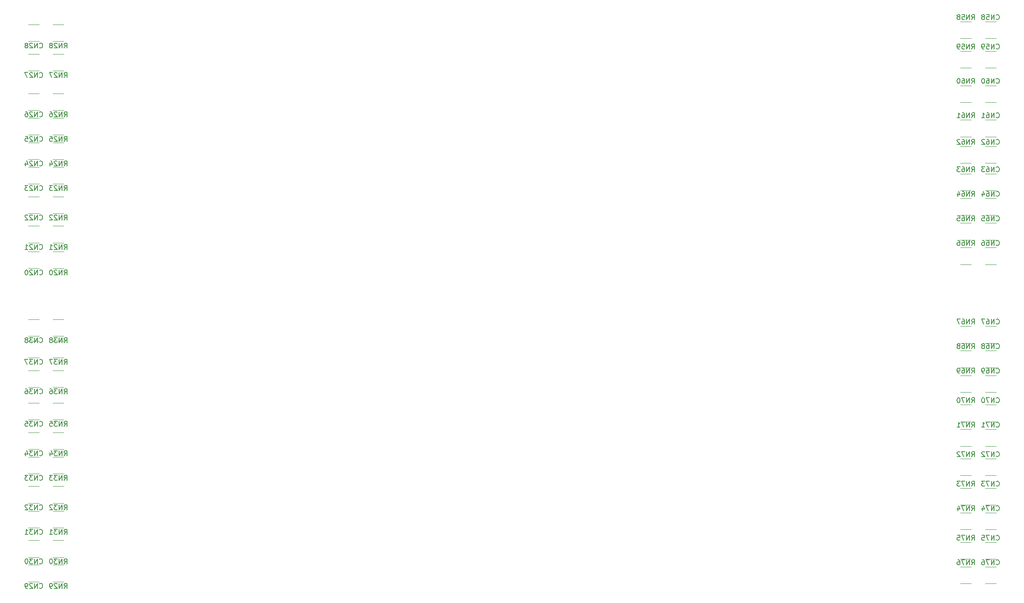
<source format=gbo>
G04 #@! TF.GenerationSoftware,KiCad,Pcbnew,(5.0.0-rc2-35-gda6600525)*
G04 #@! TF.CreationDate,2018-07-07T21:23:26-07:00*
G04 #@! TF.ProjectId,register-motherboard,72656769737465722D6D6F7468657262,rev?*
G04 #@! TF.SameCoordinates,Original*
G04 #@! TF.FileFunction,Legend,Bot*
G04 #@! TF.FilePolarity,Positive*
%FSLAX46Y46*%
G04 Gerber Fmt 4.6, Leading zero omitted, Abs format (unit mm)*
G04 Created by KiCad (PCBNEW (5.0.0-rc2-35-gda6600525)) date 07/07/18 21:23:26*
%MOMM*%
%LPD*%
G01*
G04 APERTURE LIST*
%ADD10C,0.120000*%
%ADD11C,0.150000*%
G04 APERTURE END LIST*
D10*
G04 #@! TO.C,CN20*
X56300000Y-95900000D02*
X54100000Y-95900000D01*
X56300000Y-99300000D02*
X54100000Y-99300000D01*
G04 #@! TO.C,CN21*
X56300000Y-90700000D02*
X54100000Y-90700000D01*
X56300000Y-94100000D02*
X54100000Y-94100000D01*
G04 #@! TO.C,CN22*
X56300000Y-84700000D02*
X54100000Y-84700000D01*
X56300000Y-88100000D02*
X54100000Y-88100000D01*
G04 #@! TO.C,CN23*
X56300000Y-82100000D02*
X54100000Y-82100000D01*
X56300000Y-78700000D02*
X54100000Y-78700000D01*
G04 #@! TO.C,CN24*
X56300000Y-77100000D02*
X54100000Y-77100000D01*
X56300000Y-73700000D02*
X54100000Y-73700000D01*
G04 #@! TO.C,CN25*
X56300000Y-72100000D02*
X54100000Y-72100000D01*
X56300000Y-68700000D02*
X54100000Y-68700000D01*
G04 #@! TO.C,CN26*
X56300000Y-63700000D02*
X54100000Y-63700000D01*
X56300000Y-67100000D02*
X54100000Y-67100000D01*
G04 #@! TO.C,CN27*
X56300000Y-59100000D02*
X54100000Y-59100000D01*
X56300000Y-55700000D02*
X54100000Y-55700000D01*
G04 #@! TO.C,CN28*
X56300000Y-53100000D02*
X54100000Y-53100000D01*
X56300000Y-49700000D02*
X54100000Y-49700000D01*
G04 #@! TO.C,CN29*
X56300000Y-163100000D02*
X54100000Y-163100000D01*
X56300000Y-159700000D02*
X54100000Y-159700000D01*
G04 #@! TO.C,CN30*
X56300000Y-158100000D02*
X54100000Y-158100000D01*
X56300000Y-154700000D02*
X54100000Y-154700000D01*
G04 #@! TO.C,CN31*
X56300000Y-148700000D02*
X54100000Y-148700000D01*
X56300000Y-152100000D02*
X54100000Y-152100000D01*
G04 #@! TO.C,CN32*
X56300000Y-147100000D02*
X54100000Y-147100000D01*
X56300000Y-143700000D02*
X54100000Y-143700000D01*
G04 #@! TO.C,CN33*
X56300000Y-141100000D02*
X54100000Y-141100000D01*
X56300000Y-137700000D02*
X54100000Y-137700000D01*
G04 #@! TO.C,CN34*
X56300000Y-136100000D02*
X54100000Y-136100000D01*
X56300000Y-132700000D02*
X54100000Y-132700000D01*
G04 #@! TO.C,CN35*
X56300000Y-126700000D02*
X54100000Y-126700000D01*
X56300000Y-130100000D02*
X54100000Y-130100000D01*
G04 #@! TO.C,CN36*
X56300000Y-123500000D02*
X54100000Y-123500000D01*
X56300000Y-120100000D02*
X54100000Y-120100000D01*
G04 #@! TO.C,CN37*
X56300000Y-117500000D02*
X54100000Y-117500000D01*
X56300000Y-114100000D02*
X54100000Y-114100000D01*
G04 #@! TO.C,CN38*
X56300000Y-113100000D02*
X54100000Y-113100000D01*
X56300000Y-109700000D02*
X54100000Y-109700000D01*
G04 #@! TO.C,CN58*
X248700000Y-49100000D02*
X250900000Y-49100000D01*
X248700000Y-52500000D02*
X250900000Y-52500000D01*
G04 #@! TO.C,CN59*
X248700000Y-55100000D02*
X250900000Y-55100000D01*
X248700000Y-58500000D02*
X250900000Y-58500000D01*
G04 #@! TO.C,CN60*
X248700000Y-62100000D02*
X250900000Y-62100000D01*
X248700000Y-65500000D02*
X250900000Y-65500000D01*
G04 #@! TO.C,CN61*
X248700000Y-69100000D02*
X250900000Y-69100000D01*
X248700000Y-72500000D02*
X250900000Y-72500000D01*
G04 #@! TO.C,CN62*
X248700000Y-74500000D02*
X250900000Y-74500000D01*
X248700000Y-77900000D02*
X250900000Y-77900000D01*
G04 #@! TO.C,CN63*
X248700000Y-80100000D02*
X250900000Y-80100000D01*
X248700000Y-83500000D02*
X250900000Y-83500000D01*
G04 #@! TO.C,CN64*
X248700000Y-85100000D02*
X250900000Y-85100000D01*
X248700000Y-88500000D02*
X250900000Y-88500000D01*
G04 #@! TO.C,CN65*
X248700000Y-90100000D02*
X250900000Y-90100000D01*
X248700000Y-93500000D02*
X250900000Y-93500000D01*
G04 #@! TO.C,CN66*
X248700000Y-95100000D02*
X250900000Y-95100000D01*
X248700000Y-98500000D02*
X250900000Y-98500000D01*
G04 #@! TO.C,CN67*
X248700000Y-111100000D02*
X250900000Y-111100000D01*
X248700000Y-114500000D02*
X250900000Y-114500000D01*
G04 #@! TO.C,CN68*
X248700000Y-116100000D02*
X250900000Y-116100000D01*
X248700000Y-119500000D02*
X250900000Y-119500000D01*
G04 #@! TO.C,CN69*
X248700000Y-124500000D02*
X250900000Y-124500000D01*
X248700000Y-121100000D02*
X250900000Y-121100000D01*
G04 #@! TO.C,CN70*
X248700000Y-130500000D02*
X250900000Y-130500000D01*
X248700000Y-127100000D02*
X250900000Y-127100000D01*
G04 #@! TO.C,CN71*
X248700000Y-135500000D02*
X250900000Y-135500000D01*
X248700000Y-132100000D02*
X250900000Y-132100000D01*
G04 #@! TO.C,CN72*
X248700000Y-141500000D02*
X250900000Y-141500000D01*
X248700000Y-138100000D02*
X250900000Y-138100000D01*
G04 #@! TO.C,CN73*
X248700000Y-147500000D02*
X250900000Y-147500000D01*
X248700000Y-144100000D02*
X250900000Y-144100000D01*
G04 #@! TO.C,CN74*
X248700000Y-149100000D02*
X250900000Y-149100000D01*
X248700000Y-152500000D02*
X250900000Y-152500000D01*
G04 #@! TO.C,CN75*
X248700000Y-155100000D02*
X250900000Y-155100000D01*
X248700000Y-158500000D02*
X250900000Y-158500000D01*
G04 #@! TO.C,CN76*
X248700000Y-160100000D02*
X250900000Y-160100000D01*
X248700000Y-163500000D02*
X250900000Y-163500000D01*
G04 #@! TO.C,RN20*
X61300000Y-99300000D02*
X59100000Y-99300000D01*
X61300000Y-95900000D02*
X59100000Y-95900000D01*
G04 #@! TO.C,RN21*
X61300000Y-94100000D02*
X59100000Y-94100000D01*
X61300000Y-90700000D02*
X59100000Y-90700000D01*
G04 #@! TO.C,RN22*
X61300000Y-88100000D02*
X59100000Y-88100000D01*
X61300000Y-84700000D02*
X59100000Y-84700000D01*
G04 #@! TO.C,RN23*
X61300000Y-82100000D02*
X59100000Y-82100000D01*
X61300000Y-78700000D02*
X59100000Y-78700000D01*
G04 #@! TO.C,RN24*
X61300000Y-73700000D02*
X59100000Y-73700000D01*
X61300000Y-77100000D02*
X59100000Y-77100000D01*
G04 #@! TO.C,RN25*
X61300000Y-68700000D02*
X59100000Y-68700000D01*
X61300000Y-72100000D02*
X59100000Y-72100000D01*
G04 #@! TO.C,RN26*
X61300000Y-63700000D02*
X59100000Y-63700000D01*
X61300000Y-67100000D02*
X59100000Y-67100000D01*
G04 #@! TO.C,RN27*
X61300000Y-55700000D02*
X59100000Y-55700000D01*
X61300000Y-59100000D02*
X59100000Y-59100000D01*
G04 #@! TO.C,RN28*
X61300000Y-49700000D02*
X59100000Y-49700000D01*
X61300000Y-53100000D02*
X59100000Y-53100000D01*
G04 #@! TO.C,RN29*
X61300000Y-159700000D02*
X59100000Y-159700000D01*
X61300000Y-163100000D02*
X59100000Y-163100000D01*
G04 #@! TO.C,RN30*
X61300000Y-154700000D02*
X59100000Y-154700000D01*
X61300000Y-158100000D02*
X59100000Y-158100000D01*
G04 #@! TO.C,RN31*
X61300000Y-148700000D02*
X59100000Y-148700000D01*
X61300000Y-152100000D02*
X59100000Y-152100000D01*
G04 #@! TO.C,RN32*
X61300000Y-143700000D02*
X59100000Y-143700000D01*
X61300000Y-147100000D02*
X59100000Y-147100000D01*
G04 #@! TO.C,RN33*
X61300000Y-137700000D02*
X59100000Y-137700000D01*
X61300000Y-141100000D02*
X59100000Y-141100000D01*
G04 #@! TO.C,RN34*
X61300000Y-132700000D02*
X59100000Y-132700000D01*
X61300000Y-136100000D02*
X59100000Y-136100000D01*
G04 #@! TO.C,RN35*
X61300000Y-126700000D02*
X59100000Y-126700000D01*
X61300000Y-130100000D02*
X59100000Y-130100000D01*
G04 #@! TO.C,RN36*
X61300000Y-123500000D02*
X59100000Y-123500000D01*
X61300000Y-120100000D02*
X59100000Y-120100000D01*
G04 #@! TO.C,RN37*
X61300000Y-114100000D02*
X59100000Y-114100000D01*
X61300000Y-117500000D02*
X59100000Y-117500000D01*
G04 #@! TO.C,RN38*
X61300000Y-109700000D02*
X59100000Y-109700000D01*
X61300000Y-113100000D02*
X59100000Y-113100000D01*
G04 #@! TO.C,RN58*
X243700000Y-52500000D02*
X245900000Y-52500000D01*
X243700000Y-49100000D02*
X245900000Y-49100000D01*
G04 #@! TO.C,RN59*
X243700000Y-58500000D02*
X245900000Y-58500000D01*
X243700000Y-55100000D02*
X245900000Y-55100000D01*
G04 #@! TO.C,RN60*
X243700000Y-65500000D02*
X245900000Y-65500000D01*
X243700000Y-62100000D02*
X245900000Y-62100000D01*
G04 #@! TO.C,RN61*
X243700000Y-72500000D02*
X245900000Y-72500000D01*
X243700000Y-69100000D02*
X245900000Y-69100000D01*
G04 #@! TO.C,RN62*
X243700000Y-77900000D02*
X245900000Y-77900000D01*
X243700000Y-74500000D02*
X245900000Y-74500000D01*
G04 #@! TO.C,RN63*
X243700000Y-83500000D02*
X245900000Y-83500000D01*
X243700000Y-80100000D02*
X245900000Y-80100000D01*
G04 #@! TO.C,RN64*
X243700000Y-88500000D02*
X245900000Y-88500000D01*
X243700000Y-85100000D02*
X245900000Y-85100000D01*
G04 #@! TO.C,RN65*
X243700000Y-93500000D02*
X245900000Y-93500000D01*
X243700000Y-90100000D02*
X245900000Y-90100000D01*
G04 #@! TO.C,RN66*
X243700000Y-98500000D02*
X245900000Y-98500000D01*
X243700000Y-95100000D02*
X245900000Y-95100000D01*
G04 #@! TO.C,RN67*
X243700000Y-114500000D02*
X245900000Y-114500000D01*
X243700000Y-111100000D02*
X245900000Y-111100000D01*
G04 #@! TO.C,RN68*
X243700000Y-116100000D02*
X245900000Y-116100000D01*
X243700000Y-119500000D02*
X245900000Y-119500000D01*
G04 #@! TO.C,RN69*
X243700000Y-121100000D02*
X245900000Y-121100000D01*
X243700000Y-124500000D02*
X245900000Y-124500000D01*
G04 #@! TO.C,RN70*
X243700000Y-127100000D02*
X245900000Y-127100000D01*
X243700000Y-130500000D02*
X245900000Y-130500000D01*
G04 #@! TO.C,RN71*
X243700000Y-132100000D02*
X245900000Y-132100000D01*
X243700000Y-135500000D02*
X245900000Y-135500000D01*
G04 #@! TO.C,RN72*
X243700000Y-138100000D02*
X245900000Y-138100000D01*
X243700000Y-141500000D02*
X245900000Y-141500000D01*
G04 #@! TO.C,RN73*
X243700000Y-147500000D02*
X245900000Y-147500000D01*
X243700000Y-144100000D02*
X245900000Y-144100000D01*
G04 #@! TO.C,RN74*
X243700000Y-152500000D02*
X245900000Y-152500000D01*
X243700000Y-149100000D02*
X245900000Y-149100000D01*
G04 #@! TO.C,RN75*
X243700000Y-155100000D02*
X245900000Y-155100000D01*
X243700000Y-158500000D02*
X245900000Y-158500000D01*
G04 #@! TO.C,RN76*
X243700000Y-163500000D02*
X245900000Y-163500000D01*
X243700000Y-160100000D02*
X245900000Y-160100000D01*
G04 #@! TO.C,CN20*
D11*
X56366666Y-100557142D02*
X56414285Y-100604761D01*
X56557142Y-100652380D01*
X56652380Y-100652380D01*
X56795238Y-100604761D01*
X56890476Y-100509523D01*
X56938095Y-100414285D01*
X56985714Y-100223809D01*
X56985714Y-100080952D01*
X56938095Y-99890476D01*
X56890476Y-99795238D01*
X56795238Y-99700000D01*
X56652380Y-99652380D01*
X56557142Y-99652380D01*
X56414285Y-99700000D01*
X56366666Y-99747619D01*
X55938095Y-100652380D02*
X55938095Y-99652380D01*
X55366666Y-100652380D01*
X55366666Y-99652380D01*
X54938095Y-99747619D02*
X54890476Y-99700000D01*
X54795238Y-99652380D01*
X54557142Y-99652380D01*
X54461904Y-99700000D01*
X54414285Y-99747619D01*
X54366666Y-99842857D01*
X54366666Y-99938095D01*
X54414285Y-100080952D01*
X54985714Y-100652380D01*
X54366666Y-100652380D01*
X53747619Y-99652380D02*
X53652380Y-99652380D01*
X53557142Y-99700000D01*
X53509523Y-99747619D01*
X53461904Y-99842857D01*
X53414285Y-100033333D01*
X53414285Y-100271428D01*
X53461904Y-100461904D01*
X53509523Y-100557142D01*
X53557142Y-100604761D01*
X53652380Y-100652380D01*
X53747619Y-100652380D01*
X53842857Y-100604761D01*
X53890476Y-100557142D01*
X53938095Y-100461904D01*
X53985714Y-100271428D01*
X53985714Y-100033333D01*
X53938095Y-99842857D01*
X53890476Y-99747619D01*
X53842857Y-99700000D01*
X53747619Y-99652380D01*
G04 #@! TO.C,CN21*
X56366666Y-95357142D02*
X56414285Y-95404761D01*
X56557142Y-95452380D01*
X56652380Y-95452380D01*
X56795238Y-95404761D01*
X56890476Y-95309523D01*
X56938095Y-95214285D01*
X56985714Y-95023809D01*
X56985714Y-94880952D01*
X56938095Y-94690476D01*
X56890476Y-94595238D01*
X56795238Y-94500000D01*
X56652380Y-94452380D01*
X56557142Y-94452380D01*
X56414285Y-94500000D01*
X56366666Y-94547619D01*
X55938095Y-95452380D02*
X55938095Y-94452380D01*
X55366666Y-95452380D01*
X55366666Y-94452380D01*
X54938095Y-94547619D02*
X54890476Y-94500000D01*
X54795238Y-94452380D01*
X54557142Y-94452380D01*
X54461904Y-94500000D01*
X54414285Y-94547619D01*
X54366666Y-94642857D01*
X54366666Y-94738095D01*
X54414285Y-94880952D01*
X54985714Y-95452380D01*
X54366666Y-95452380D01*
X53414285Y-95452380D02*
X53985714Y-95452380D01*
X53700000Y-95452380D02*
X53700000Y-94452380D01*
X53795238Y-94595238D01*
X53890476Y-94690476D01*
X53985714Y-94738095D01*
G04 #@! TO.C,CN22*
X56366666Y-89357142D02*
X56414285Y-89404761D01*
X56557142Y-89452380D01*
X56652380Y-89452380D01*
X56795238Y-89404761D01*
X56890476Y-89309523D01*
X56938095Y-89214285D01*
X56985714Y-89023809D01*
X56985714Y-88880952D01*
X56938095Y-88690476D01*
X56890476Y-88595238D01*
X56795238Y-88500000D01*
X56652380Y-88452380D01*
X56557142Y-88452380D01*
X56414285Y-88500000D01*
X56366666Y-88547619D01*
X55938095Y-89452380D02*
X55938095Y-88452380D01*
X55366666Y-89452380D01*
X55366666Y-88452380D01*
X54938095Y-88547619D02*
X54890476Y-88500000D01*
X54795238Y-88452380D01*
X54557142Y-88452380D01*
X54461904Y-88500000D01*
X54414285Y-88547619D01*
X54366666Y-88642857D01*
X54366666Y-88738095D01*
X54414285Y-88880952D01*
X54985714Y-89452380D01*
X54366666Y-89452380D01*
X53985714Y-88547619D02*
X53938095Y-88500000D01*
X53842857Y-88452380D01*
X53604761Y-88452380D01*
X53509523Y-88500000D01*
X53461904Y-88547619D01*
X53414285Y-88642857D01*
X53414285Y-88738095D01*
X53461904Y-88880952D01*
X54033333Y-89452380D01*
X53414285Y-89452380D01*
G04 #@! TO.C,CN23*
X56366666Y-83357142D02*
X56414285Y-83404761D01*
X56557142Y-83452380D01*
X56652380Y-83452380D01*
X56795238Y-83404761D01*
X56890476Y-83309523D01*
X56938095Y-83214285D01*
X56985714Y-83023809D01*
X56985714Y-82880952D01*
X56938095Y-82690476D01*
X56890476Y-82595238D01*
X56795238Y-82500000D01*
X56652380Y-82452380D01*
X56557142Y-82452380D01*
X56414285Y-82500000D01*
X56366666Y-82547619D01*
X55938095Y-83452380D02*
X55938095Y-82452380D01*
X55366666Y-83452380D01*
X55366666Y-82452380D01*
X54938095Y-82547619D02*
X54890476Y-82500000D01*
X54795238Y-82452380D01*
X54557142Y-82452380D01*
X54461904Y-82500000D01*
X54414285Y-82547619D01*
X54366666Y-82642857D01*
X54366666Y-82738095D01*
X54414285Y-82880952D01*
X54985714Y-83452380D01*
X54366666Y-83452380D01*
X54033333Y-82452380D02*
X53414285Y-82452380D01*
X53747619Y-82833333D01*
X53604761Y-82833333D01*
X53509523Y-82880952D01*
X53461904Y-82928571D01*
X53414285Y-83023809D01*
X53414285Y-83261904D01*
X53461904Y-83357142D01*
X53509523Y-83404761D01*
X53604761Y-83452380D01*
X53890476Y-83452380D01*
X53985714Y-83404761D01*
X54033333Y-83357142D01*
G04 #@! TO.C,CN24*
X56366666Y-78357142D02*
X56414285Y-78404761D01*
X56557142Y-78452380D01*
X56652380Y-78452380D01*
X56795238Y-78404761D01*
X56890476Y-78309523D01*
X56938095Y-78214285D01*
X56985714Y-78023809D01*
X56985714Y-77880952D01*
X56938095Y-77690476D01*
X56890476Y-77595238D01*
X56795238Y-77500000D01*
X56652380Y-77452380D01*
X56557142Y-77452380D01*
X56414285Y-77500000D01*
X56366666Y-77547619D01*
X55938095Y-78452380D02*
X55938095Y-77452380D01*
X55366666Y-78452380D01*
X55366666Y-77452380D01*
X54938095Y-77547619D02*
X54890476Y-77500000D01*
X54795238Y-77452380D01*
X54557142Y-77452380D01*
X54461904Y-77500000D01*
X54414285Y-77547619D01*
X54366666Y-77642857D01*
X54366666Y-77738095D01*
X54414285Y-77880952D01*
X54985714Y-78452380D01*
X54366666Y-78452380D01*
X53509523Y-77785714D02*
X53509523Y-78452380D01*
X53747619Y-77404761D02*
X53985714Y-78119047D01*
X53366666Y-78119047D01*
G04 #@! TO.C,CN25*
X56366666Y-73357142D02*
X56414285Y-73404761D01*
X56557142Y-73452380D01*
X56652380Y-73452380D01*
X56795238Y-73404761D01*
X56890476Y-73309523D01*
X56938095Y-73214285D01*
X56985714Y-73023809D01*
X56985714Y-72880952D01*
X56938095Y-72690476D01*
X56890476Y-72595238D01*
X56795238Y-72500000D01*
X56652380Y-72452380D01*
X56557142Y-72452380D01*
X56414285Y-72500000D01*
X56366666Y-72547619D01*
X55938095Y-73452380D02*
X55938095Y-72452380D01*
X55366666Y-73452380D01*
X55366666Y-72452380D01*
X54938095Y-72547619D02*
X54890476Y-72500000D01*
X54795238Y-72452380D01*
X54557142Y-72452380D01*
X54461904Y-72500000D01*
X54414285Y-72547619D01*
X54366666Y-72642857D01*
X54366666Y-72738095D01*
X54414285Y-72880952D01*
X54985714Y-73452380D01*
X54366666Y-73452380D01*
X53461904Y-72452380D02*
X53938095Y-72452380D01*
X53985714Y-72928571D01*
X53938095Y-72880952D01*
X53842857Y-72833333D01*
X53604761Y-72833333D01*
X53509523Y-72880952D01*
X53461904Y-72928571D01*
X53414285Y-73023809D01*
X53414285Y-73261904D01*
X53461904Y-73357142D01*
X53509523Y-73404761D01*
X53604761Y-73452380D01*
X53842857Y-73452380D01*
X53938095Y-73404761D01*
X53985714Y-73357142D01*
G04 #@! TO.C,CN26*
X56366666Y-68357142D02*
X56414285Y-68404761D01*
X56557142Y-68452380D01*
X56652380Y-68452380D01*
X56795238Y-68404761D01*
X56890476Y-68309523D01*
X56938095Y-68214285D01*
X56985714Y-68023809D01*
X56985714Y-67880952D01*
X56938095Y-67690476D01*
X56890476Y-67595238D01*
X56795238Y-67500000D01*
X56652380Y-67452380D01*
X56557142Y-67452380D01*
X56414285Y-67500000D01*
X56366666Y-67547619D01*
X55938095Y-68452380D02*
X55938095Y-67452380D01*
X55366666Y-68452380D01*
X55366666Y-67452380D01*
X54938095Y-67547619D02*
X54890476Y-67500000D01*
X54795238Y-67452380D01*
X54557142Y-67452380D01*
X54461904Y-67500000D01*
X54414285Y-67547619D01*
X54366666Y-67642857D01*
X54366666Y-67738095D01*
X54414285Y-67880952D01*
X54985714Y-68452380D01*
X54366666Y-68452380D01*
X53509523Y-67452380D02*
X53700000Y-67452380D01*
X53795238Y-67500000D01*
X53842857Y-67547619D01*
X53938095Y-67690476D01*
X53985714Y-67880952D01*
X53985714Y-68261904D01*
X53938095Y-68357142D01*
X53890476Y-68404761D01*
X53795238Y-68452380D01*
X53604761Y-68452380D01*
X53509523Y-68404761D01*
X53461904Y-68357142D01*
X53414285Y-68261904D01*
X53414285Y-68023809D01*
X53461904Y-67928571D01*
X53509523Y-67880952D01*
X53604761Y-67833333D01*
X53795238Y-67833333D01*
X53890476Y-67880952D01*
X53938095Y-67928571D01*
X53985714Y-68023809D01*
G04 #@! TO.C,CN27*
X56366666Y-60357142D02*
X56414285Y-60404761D01*
X56557142Y-60452380D01*
X56652380Y-60452380D01*
X56795238Y-60404761D01*
X56890476Y-60309523D01*
X56938095Y-60214285D01*
X56985714Y-60023809D01*
X56985714Y-59880952D01*
X56938095Y-59690476D01*
X56890476Y-59595238D01*
X56795238Y-59500000D01*
X56652380Y-59452380D01*
X56557142Y-59452380D01*
X56414285Y-59500000D01*
X56366666Y-59547619D01*
X55938095Y-60452380D02*
X55938095Y-59452380D01*
X55366666Y-60452380D01*
X55366666Y-59452380D01*
X54938095Y-59547619D02*
X54890476Y-59500000D01*
X54795238Y-59452380D01*
X54557142Y-59452380D01*
X54461904Y-59500000D01*
X54414285Y-59547619D01*
X54366666Y-59642857D01*
X54366666Y-59738095D01*
X54414285Y-59880952D01*
X54985714Y-60452380D01*
X54366666Y-60452380D01*
X54033333Y-59452380D02*
X53366666Y-59452380D01*
X53795238Y-60452380D01*
G04 #@! TO.C,CN28*
X56366666Y-54357142D02*
X56414285Y-54404761D01*
X56557142Y-54452380D01*
X56652380Y-54452380D01*
X56795238Y-54404761D01*
X56890476Y-54309523D01*
X56938095Y-54214285D01*
X56985714Y-54023809D01*
X56985714Y-53880952D01*
X56938095Y-53690476D01*
X56890476Y-53595238D01*
X56795238Y-53500000D01*
X56652380Y-53452380D01*
X56557142Y-53452380D01*
X56414285Y-53500000D01*
X56366666Y-53547619D01*
X55938095Y-54452380D02*
X55938095Y-53452380D01*
X55366666Y-54452380D01*
X55366666Y-53452380D01*
X54938095Y-53547619D02*
X54890476Y-53500000D01*
X54795238Y-53452380D01*
X54557142Y-53452380D01*
X54461904Y-53500000D01*
X54414285Y-53547619D01*
X54366666Y-53642857D01*
X54366666Y-53738095D01*
X54414285Y-53880952D01*
X54985714Y-54452380D01*
X54366666Y-54452380D01*
X53795238Y-53880952D02*
X53890476Y-53833333D01*
X53938095Y-53785714D01*
X53985714Y-53690476D01*
X53985714Y-53642857D01*
X53938095Y-53547619D01*
X53890476Y-53500000D01*
X53795238Y-53452380D01*
X53604761Y-53452380D01*
X53509523Y-53500000D01*
X53461904Y-53547619D01*
X53414285Y-53642857D01*
X53414285Y-53690476D01*
X53461904Y-53785714D01*
X53509523Y-53833333D01*
X53604761Y-53880952D01*
X53795238Y-53880952D01*
X53890476Y-53928571D01*
X53938095Y-53976190D01*
X53985714Y-54071428D01*
X53985714Y-54261904D01*
X53938095Y-54357142D01*
X53890476Y-54404761D01*
X53795238Y-54452380D01*
X53604761Y-54452380D01*
X53509523Y-54404761D01*
X53461904Y-54357142D01*
X53414285Y-54261904D01*
X53414285Y-54071428D01*
X53461904Y-53976190D01*
X53509523Y-53928571D01*
X53604761Y-53880952D01*
G04 #@! TO.C,CN29*
X56366666Y-164357142D02*
X56414285Y-164404761D01*
X56557142Y-164452380D01*
X56652380Y-164452380D01*
X56795238Y-164404761D01*
X56890476Y-164309523D01*
X56938095Y-164214285D01*
X56985714Y-164023809D01*
X56985714Y-163880952D01*
X56938095Y-163690476D01*
X56890476Y-163595238D01*
X56795238Y-163500000D01*
X56652380Y-163452380D01*
X56557142Y-163452380D01*
X56414285Y-163500000D01*
X56366666Y-163547619D01*
X55938095Y-164452380D02*
X55938095Y-163452380D01*
X55366666Y-164452380D01*
X55366666Y-163452380D01*
X54938095Y-163547619D02*
X54890476Y-163500000D01*
X54795238Y-163452380D01*
X54557142Y-163452380D01*
X54461904Y-163500000D01*
X54414285Y-163547619D01*
X54366666Y-163642857D01*
X54366666Y-163738095D01*
X54414285Y-163880952D01*
X54985714Y-164452380D01*
X54366666Y-164452380D01*
X53890476Y-164452380D02*
X53700000Y-164452380D01*
X53604761Y-164404761D01*
X53557142Y-164357142D01*
X53461904Y-164214285D01*
X53414285Y-164023809D01*
X53414285Y-163642857D01*
X53461904Y-163547619D01*
X53509523Y-163500000D01*
X53604761Y-163452380D01*
X53795238Y-163452380D01*
X53890476Y-163500000D01*
X53938095Y-163547619D01*
X53985714Y-163642857D01*
X53985714Y-163880952D01*
X53938095Y-163976190D01*
X53890476Y-164023809D01*
X53795238Y-164071428D01*
X53604761Y-164071428D01*
X53509523Y-164023809D01*
X53461904Y-163976190D01*
X53414285Y-163880952D01*
G04 #@! TO.C,CN30*
X56366666Y-159357142D02*
X56414285Y-159404761D01*
X56557142Y-159452380D01*
X56652380Y-159452380D01*
X56795238Y-159404761D01*
X56890476Y-159309523D01*
X56938095Y-159214285D01*
X56985714Y-159023809D01*
X56985714Y-158880952D01*
X56938095Y-158690476D01*
X56890476Y-158595238D01*
X56795238Y-158500000D01*
X56652380Y-158452380D01*
X56557142Y-158452380D01*
X56414285Y-158500000D01*
X56366666Y-158547619D01*
X55938095Y-159452380D02*
X55938095Y-158452380D01*
X55366666Y-159452380D01*
X55366666Y-158452380D01*
X54985714Y-158452380D02*
X54366666Y-158452380D01*
X54700000Y-158833333D01*
X54557142Y-158833333D01*
X54461904Y-158880952D01*
X54414285Y-158928571D01*
X54366666Y-159023809D01*
X54366666Y-159261904D01*
X54414285Y-159357142D01*
X54461904Y-159404761D01*
X54557142Y-159452380D01*
X54842857Y-159452380D01*
X54938095Y-159404761D01*
X54985714Y-159357142D01*
X53747619Y-158452380D02*
X53652380Y-158452380D01*
X53557142Y-158500000D01*
X53509523Y-158547619D01*
X53461904Y-158642857D01*
X53414285Y-158833333D01*
X53414285Y-159071428D01*
X53461904Y-159261904D01*
X53509523Y-159357142D01*
X53557142Y-159404761D01*
X53652380Y-159452380D01*
X53747619Y-159452380D01*
X53842857Y-159404761D01*
X53890476Y-159357142D01*
X53938095Y-159261904D01*
X53985714Y-159071428D01*
X53985714Y-158833333D01*
X53938095Y-158642857D01*
X53890476Y-158547619D01*
X53842857Y-158500000D01*
X53747619Y-158452380D01*
G04 #@! TO.C,CN31*
X56366666Y-153357142D02*
X56414285Y-153404761D01*
X56557142Y-153452380D01*
X56652380Y-153452380D01*
X56795238Y-153404761D01*
X56890476Y-153309523D01*
X56938095Y-153214285D01*
X56985714Y-153023809D01*
X56985714Y-152880952D01*
X56938095Y-152690476D01*
X56890476Y-152595238D01*
X56795238Y-152500000D01*
X56652380Y-152452380D01*
X56557142Y-152452380D01*
X56414285Y-152500000D01*
X56366666Y-152547619D01*
X55938095Y-153452380D02*
X55938095Y-152452380D01*
X55366666Y-153452380D01*
X55366666Y-152452380D01*
X54985714Y-152452380D02*
X54366666Y-152452380D01*
X54700000Y-152833333D01*
X54557142Y-152833333D01*
X54461904Y-152880952D01*
X54414285Y-152928571D01*
X54366666Y-153023809D01*
X54366666Y-153261904D01*
X54414285Y-153357142D01*
X54461904Y-153404761D01*
X54557142Y-153452380D01*
X54842857Y-153452380D01*
X54938095Y-153404761D01*
X54985714Y-153357142D01*
X53414285Y-153452380D02*
X53985714Y-153452380D01*
X53700000Y-153452380D02*
X53700000Y-152452380D01*
X53795238Y-152595238D01*
X53890476Y-152690476D01*
X53985714Y-152738095D01*
G04 #@! TO.C,CN32*
X56366666Y-148357142D02*
X56414285Y-148404761D01*
X56557142Y-148452380D01*
X56652380Y-148452380D01*
X56795238Y-148404761D01*
X56890476Y-148309523D01*
X56938095Y-148214285D01*
X56985714Y-148023809D01*
X56985714Y-147880952D01*
X56938095Y-147690476D01*
X56890476Y-147595238D01*
X56795238Y-147500000D01*
X56652380Y-147452380D01*
X56557142Y-147452380D01*
X56414285Y-147500000D01*
X56366666Y-147547619D01*
X55938095Y-148452380D02*
X55938095Y-147452380D01*
X55366666Y-148452380D01*
X55366666Y-147452380D01*
X54985714Y-147452380D02*
X54366666Y-147452380D01*
X54700000Y-147833333D01*
X54557142Y-147833333D01*
X54461904Y-147880952D01*
X54414285Y-147928571D01*
X54366666Y-148023809D01*
X54366666Y-148261904D01*
X54414285Y-148357142D01*
X54461904Y-148404761D01*
X54557142Y-148452380D01*
X54842857Y-148452380D01*
X54938095Y-148404761D01*
X54985714Y-148357142D01*
X53985714Y-147547619D02*
X53938095Y-147500000D01*
X53842857Y-147452380D01*
X53604761Y-147452380D01*
X53509523Y-147500000D01*
X53461904Y-147547619D01*
X53414285Y-147642857D01*
X53414285Y-147738095D01*
X53461904Y-147880952D01*
X54033333Y-148452380D01*
X53414285Y-148452380D01*
G04 #@! TO.C,CN33*
X56366666Y-142357142D02*
X56414285Y-142404761D01*
X56557142Y-142452380D01*
X56652380Y-142452380D01*
X56795238Y-142404761D01*
X56890476Y-142309523D01*
X56938095Y-142214285D01*
X56985714Y-142023809D01*
X56985714Y-141880952D01*
X56938095Y-141690476D01*
X56890476Y-141595238D01*
X56795238Y-141500000D01*
X56652380Y-141452380D01*
X56557142Y-141452380D01*
X56414285Y-141500000D01*
X56366666Y-141547619D01*
X55938095Y-142452380D02*
X55938095Y-141452380D01*
X55366666Y-142452380D01*
X55366666Y-141452380D01*
X54985714Y-141452380D02*
X54366666Y-141452380D01*
X54700000Y-141833333D01*
X54557142Y-141833333D01*
X54461904Y-141880952D01*
X54414285Y-141928571D01*
X54366666Y-142023809D01*
X54366666Y-142261904D01*
X54414285Y-142357142D01*
X54461904Y-142404761D01*
X54557142Y-142452380D01*
X54842857Y-142452380D01*
X54938095Y-142404761D01*
X54985714Y-142357142D01*
X54033333Y-141452380D02*
X53414285Y-141452380D01*
X53747619Y-141833333D01*
X53604761Y-141833333D01*
X53509523Y-141880952D01*
X53461904Y-141928571D01*
X53414285Y-142023809D01*
X53414285Y-142261904D01*
X53461904Y-142357142D01*
X53509523Y-142404761D01*
X53604761Y-142452380D01*
X53890476Y-142452380D01*
X53985714Y-142404761D01*
X54033333Y-142357142D01*
G04 #@! TO.C,CN34*
X56366666Y-137357142D02*
X56414285Y-137404761D01*
X56557142Y-137452380D01*
X56652380Y-137452380D01*
X56795238Y-137404761D01*
X56890476Y-137309523D01*
X56938095Y-137214285D01*
X56985714Y-137023809D01*
X56985714Y-136880952D01*
X56938095Y-136690476D01*
X56890476Y-136595238D01*
X56795238Y-136500000D01*
X56652380Y-136452380D01*
X56557142Y-136452380D01*
X56414285Y-136500000D01*
X56366666Y-136547619D01*
X55938095Y-137452380D02*
X55938095Y-136452380D01*
X55366666Y-137452380D01*
X55366666Y-136452380D01*
X54985714Y-136452380D02*
X54366666Y-136452380D01*
X54700000Y-136833333D01*
X54557142Y-136833333D01*
X54461904Y-136880952D01*
X54414285Y-136928571D01*
X54366666Y-137023809D01*
X54366666Y-137261904D01*
X54414285Y-137357142D01*
X54461904Y-137404761D01*
X54557142Y-137452380D01*
X54842857Y-137452380D01*
X54938095Y-137404761D01*
X54985714Y-137357142D01*
X53509523Y-136785714D02*
X53509523Y-137452380D01*
X53747619Y-136404761D02*
X53985714Y-137119047D01*
X53366666Y-137119047D01*
G04 #@! TO.C,CN35*
X56366666Y-131357142D02*
X56414285Y-131404761D01*
X56557142Y-131452380D01*
X56652380Y-131452380D01*
X56795238Y-131404761D01*
X56890476Y-131309523D01*
X56938095Y-131214285D01*
X56985714Y-131023809D01*
X56985714Y-130880952D01*
X56938095Y-130690476D01*
X56890476Y-130595238D01*
X56795238Y-130500000D01*
X56652380Y-130452380D01*
X56557142Y-130452380D01*
X56414285Y-130500000D01*
X56366666Y-130547619D01*
X55938095Y-131452380D02*
X55938095Y-130452380D01*
X55366666Y-131452380D01*
X55366666Y-130452380D01*
X54985714Y-130452380D02*
X54366666Y-130452380D01*
X54700000Y-130833333D01*
X54557142Y-130833333D01*
X54461904Y-130880952D01*
X54414285Y-130928571D01*
X54366666Y-131023809D01*
X54366666Y-131261904D01*
X54414285Y-131357142D01*
X54461904Y-131404761D01*
X54557142Y-131452380D01*
X54842857Y-131452380D01*
X54938095Y-131404761D01*
X54985714Y-131357142D01*
X53461904Y-130452380D02*
X53938095Y-130452380D01*
X53985714Y-130928571D01*
X53938095Y-130880952D01*
X53842857Y-130833333D01*
X53604761Y-130833333D01*
X53509523Y-130880952D01*
X53461904Y-130928571D01*
X53414285Y-131023809D01*
X53414285Y-131261904D01*
X53461904Y-131357142D01*
X53509523Y-131404761D01*
X53604761Y-131452380D01*
X53842857Y-131452380D01*
X53938095Y-131404761D01*
X53985714Y-131357142D01*
G04 #@! TO.C,CN36*
X56366666Y-124757142D02*
X56414285Y-124804761D01*
X56557142Y-124852380D01*
X56652380Y-124852380D01*
X56795238Y-124804761D01*
X56890476Y-124709523D01*
X56938095Y-124614285D01*
X56985714Y-124423809D01*
X56985714Y-124280952D01*
X56938095Y-124090476D01*
X56890476Y-123995238D01*
X56795238Y-123900000D01*
X56652380Y-123852380D01*
X56557142Y-123852380D01*
X56414285Y-123900000D01*
X56366666Y-123947619D01*
X55938095Y-124852380D02*
X55938095Y-123852380D01*
X55366666Y-124852380D01*
X55366666Y-123852380D01*
X54985714Y-123852380D02*
X54366666Y-123852380D01*
X54700000Y-124233333D01*
X54557142Y-124233333D01*
X54461904Y-124280952D01*
X54414285Y-124328571D01*
X54366666Y-124423809D01*
X54366666Y-124661904D01*
X54414285Y-124757142D01*
X54461904Y-124804761D01*
X54557142Y-124852380D01*
X54842857Y-124852380D01*
X54938095Y-124804761D01*
X54985714Y-124757142D01*
X53509523Y-123852380D02*
X53700000Y-123852380D01*
X53795238Y-123900000D01*
X53842857Y-123947619D01*
X53938095Y-124090476D01*
X53985714Y-124280952D01*
X53985714Y-124661904D01*
X53938095Y-124757142D01*
X53890476Y-124804761D01*
X53795238Y-124852380D01*
X53604761Y-124852380D01*
X53509523Y-124804761D01*
X53461904Y-124757142D01*
X53414285Y-124661904D01*
X53414285Y-124423809D01*
X53461904Y-124328571D01*
X53509523Y-124280952D01*
X53604761Y-124233333D01*
X53795238Y-124233333D01*
X53890476Y-124280952D01*
X53938095Y-124328571D01*
X53985714Y-124423809D01*
G04 #@! TO.C,CN37*
X56366666Y-118757142D02*
X56414285Y-118804761D01*
X56557142Y-118852380D01*
X56652380Y-118852380D01*
X56795238Y-118804761D01*
X56890476Y-118709523D01*
X56938095Y-118614285D01*
X56985714Y-118423809D01*
X56985714Y-118280952D01*
X56938095Y-118090476D01*
X56890476Y-117995238D01*
X56795238Y-117900000D01*
X56652380Y-117852380D01*
X56557142Y-117852380D01*
X56414285Y-117900000D01*
X56366666Y-117947619D01*
X55938095Y-118852380D02*
X55938095Y-117852380D01*
X55366666Y-118852380D01*
X55366666Y-117852380D01*
X54985714Y-117852380D02*
X54366666Y-117852380D01*
X54700000Y-118233333D01*
X54557142Y-118233333D01*
X54461904Y-118280952D01*
X54414285Y-118328571D01*
X54366666Y-118423809D01*
X54366666Y-118661904D01*
X54414285Y-118757142D01*
X54461904Y-118804761D01*
X54557142Y-118852380D01*
X54842857Y-118852380D01*
X54938095Y-118804761D01*
X54985714Y-118757142D01*
X54033333Y-117852380D02*
X53366666Y-117852380D01*
X53795238Y-118852380D01*
G04 #@! TO.C,CN38*
X56366666Y-114357142D02*
X56414285Y-114404761D01*
X56557142Y-114452380D01*
X56652380Y-114452380D01*
X56795238Y-114404761D01*
X56890476Y-114309523D01*
X56938095Y-114214285D01*
X56985714Y-114023809D01*
X56985714Y-113880952D01*
X56938095Y-113690476D01*
X56890476Y-113595238D01*
X56795238Y-113500000D01*
X56652380Y-113452380D01*
X56557142Y-113452380D01*
X56414285Y-113500000D01*
X56366666Y-113547619D01*
X55938095Y-114452380D02*
X55938095Y-113452380D01*
X55366666Y-114452380D01*
X55366666Y-113452380D01*
X54985714Y-113452380D02*
X54366666Y-113452380D01*
X54700000Y-113833333D01*
X54557142Y-113833333D01*
X54461904Y-113880952D01*
X54414285Y-113928571D01*
X54366666Y-114023809D01*
X54366666Y-114261904D01*
X54414285Y-114357142D01*
X54461904Y-114404761D01*
X54557142Y-114452380D01*
X54842857Y-114452380D01*
X54938095Y-114404761D01*
X54985714Y-114357142D01*
X53795238Y-113880952D02*
X53890476Y-113833333D01*
X53938095Y-113785714D01*
X53985714Y-113690476D01*
X53985714Y-113642857D01*
X53938095Y-113547619D01*
X53890476Y-113500000D01*
X53795238Y-113452380D01*
X53604761Y-113452380D01*
X53509523Y-113500000D01*
X53461904Y-113547619D01*
X53414285Y-113642857D01*
X53414285Y-113690476D01*
X53461904Y-113785714D01*
X53509523Y-113833333D01*
X53604761Y-113880952D01*
X53795238Y-113880952D01*
X53890476Y-113928571D01*
X53938095Y-113976190D01*
X53985714Y-114071428D01*
X53985714Y-114261904D01*
X53938095Y-114357142D01*
X53890476Y-114404761D01*
X53795238Y-114452380D01*
X53604761Y-114452380D01*
X53509523Y-114404761D01*
X53461904Y-114357142D01*
X53414285Y-114261904D01*
X53414285Y-114071428D01*
X53461904Y-113976190D01*
X53509523Y-113928571D01*
X53604761Y-113880952D01*
G04 #@! TO.C,CN58*
X250966666Y-48557142D02*
X251014285Y-48604761D01*
X251157142Y-48652380D01*
X251252380Y-48652380D01*
X251395238Y-48604761D01*
X251490476Y-48509523D01*
X251538095Y-48414285D01*
X251585714Y-48223809D01*
X251585714Y-48080952D01*
X251538095Y-47890476D01*
X251490476Y-47795238D01*
X251395238Y-47700000D01*
X251252380Y-47652380D01*
X251157142Y-47652380D01*
X251014285Y-47700000D01*
X250966666Y-47747619D01*
X250538095Y-48652380D02*
X250538095Y-47652380D01*
X249966666Y-48652380D01*
X249966666Y-47652380D01*
X249014285Y-47652380D02*
X249490476Y-47652380D01*
X249538095Y-48128571D01*
X249490476Y-48080952D01*
X249395238Y-48033333D01*
X249157142Y-48033333D01*
X249061904Y-48080952D01*
X249014285Y-48128571D01*
X248966666Y-48223809D01*
X248966666Y-48461904D01*
X249014285Y-48557142D01*
X249061904Y-48604761D01*
X249157142Y-48652380D01*
X249395238Y-48652380D01*
X249490476Y-48604761D01*
X249538095Y-48557142D01*
X248395238Y-48080952D02*
X248490476Y-48033333D01*
X248538095Y-47985714D01*
X248585714Y-47890476D01*
X248585714Y-47842857D01*
X248538095Y-47747619D01*
X248490476Y-47700000D01*
X248395238Y-47652380D01*
X248204761Y-47652380D01*
X248109523Y-47700000D01*
X248061904Y-47747619D01*
X248014285Y-47842857D01*
X248014285Y-47890476D01*
X248061904Y-47985714D01*
X248109523Y-48033333D01*
X248204761Y-48080952D01*
X248395238Y-48080952D01*
X248490476Y-48128571D01*
X248538095Y-48176190D01*
X248585714Y-48271428D01*
X248585714Y-48461904D01*
X248538095Y-48557142D01*
X248490476Y-48604761D01*
X248395238Y-48652380D01*
X248204761Y-48652380D01*
X248109523Y-48604761D01*
X248061904Y-48557142D01*
X248014285Y-48461904D01*
X248014285Y-48271428D01*
X248061904Y-48176190D01*
X248109523Y-48128571D01*
X248204761Y-48080952D01*
G04 #@! TO.C,CN59*
X250966666Y-54557142D02*
X251014285Y-54604761D01*
X251157142Y-54652380D01*
X251252380Y-54652380D01*
X251395238Y-54604761D01*
X251490476Y-54509523D01*
X251538095Y-54414285D01*
X251585714Y-54223809D01*
X251585714Y-54080952D01*
X251538095Y-53890476D01*
X251490476Y-53795238D01*
X251395238Y-53700000D01*
X251252380Y-53652380D01*
X251157142Y-53652380D01*
X251014285Y-53700000D01*
X250966666Y-53747619D01*
X250538095Y-54652380D02*
X250538095Y-53652380D01*
X249966666Y-54652380D01*
X249966666Y-53652380D01*
X249014285Y-53652380D02*
X249490476Y-53652380D01*
X249538095Y-54128571D01*
X249490476Y-54080952D01*
X249395238Y-54033333D01*
X249157142Y-54033333D01*
X249061904Y-54080952D01*
X249014285Y-54128571D01*
X248966666Y-54223809D01*
X248966666Y-54461904D01*
X249014285Y-54557142D01*
X249061904Y-54604761D01*
X249157142Y-54652380D01*
X249395238Y-54652380D01*
X249490476Y-54604761D01*
X249538095Y-54557142D01*
X248490476Y-54652380D02*
X248300000Y-54652380D01*
X248204761Y-54604761D01*
X248157142Y-54557142D01*
X248061904Y-54414285D01*
X248014285Y-54223809D01*
X248014285Y-53842857D01*
X248061904Y-53747619D01*
X248109523Y-53700000D01*
X248204761Y-53652380D01*
X248395238Y-53652380D01*
X248490476Y-53700000D01*
X248538095Y-53747619D01*
X248585714Y-53842857D01*
X248585714Y-54080952D01*
X248538095Y-54176190D01*
X248490476Y-54223809D01*
X248395238Y-54271428D01*
X248204761Y-54271428D01*
X248109523Y-54223809D01*
X248061904Y-54176190D01*
X248014285Y-54080952D01*
G04 #@! TO.C,CN60*
X250966666Y-61557142D02*
X251014285Y-61604761D01*
X251157142Y-61652380D01*
X251252380Y-61652380D01*
X251395238Y-61604761D01*
X251490476Y-61509523D01*
X251538095Y-61414285D01*
X251585714Y-61223809D01*
X251585714Y-61080952D01*
X251538095Y-60890476D01*
X251490476Y-60795238D01*
X251395238Y-60700000D01*
X251252380Y-60652380D01*
X251157142Y-60652380D01*
X251014285Y-60700000D01*
X250966666Y-60747619D01*
X250538095Y-61652380D02*
X250538095Y-60652380D01*
X249966666Y-61652380D01*
X249966666Y-60652380D01*
X249061904Y-60652380D02*
X249252380Y-60652380D01*
X249347619Y-60700000D01*
X249395238Y-60747619D01*
X249490476Y-60890476D01*
X249538095Y-61080952D01*
X249538095Y-61461904D01*
X249490476Y-61557142D01*
X249442857Y-61604761D01*
X249347619Y-61652380D01*
X249157142Y-61652380D01*
X249061904Y-61604761D01*
X249014285Y-61557142D01*
X248966666Y-61461904D01*
X248966666Y-61223809D01*
X249014285Y-61128571D01*
X249061904Y-61080952D01*
X249157142Y-61033333D01*
X249347619Y-61033333D01*
X249442857Y-61080952D01*
X249490476Y-61128571D01*
X249538095Y-61223809D01*
X248347619Y-60652380D02*
X248252380Y-60652380D01*
X248157142Y-60700000D01*
X248109523Y-60747619D01*
X248061904Y-60842857D01*
X248014285Y-61033333D01*
X248014285Y-61271428D01*
X248061904Y-61461904D01*
X248109523Y-61557142D01*
X248157142Y-61604761D01*
X248252380Y-61652380D01*
X248347619Y-61652380D01*
X248442857Y-61604761D01*
X248490476Y-61557142D01*
X248538095Y-61461904D01*
X248585714Y-61271428D01*
X248585714Y-61033333D01*
X248538095Y-60842857D01*
X248490476Y-60747619D01*
X248442857Y-60700000D01*
X248347619Y-60652380D01*
G04 #@! TO.C,CN61*
X250966666Y-68557142D02*
X251014285Y-68604761D01*
X251157142Y-68652380D01*
X251252380Y-68652380D01*
X251395238Y-68604761D01*
X251490476Y-68509523D01*
X251538095Y-68414285D01*
X251585714Y-68223809D01*
X251585714Y-68080952D01*
X251538095Y-67890476D01*
X251490476Y-67795238D01*
X251395238Y-67700000D01*
X251252380Y-67652380D01*
X251157142Y-67652380D01*
X251014285Y-67700000D01*
X250966666Y-67747619D01*
X250538095Y-68652380D02*
X250538095Y-67652380D01*
X249966666Y-68652380D01*
X249966666Y-67652380D01*
X249061904Y-67652380D02*
X249252380Y-67652380D01*
X249347619Y-67700000D01*
X249395238Y-67747619D01*
X249490476Y-67890476D01*
X249538095Y-68080952D01*
X249538095Y-68461904D01*
X249490476Y-68557142D01*
X249442857Y-68604761D01*
X249347619Y-68652380D01*
X249157142Y-68652380D01*
X249061904Y-68604761D01*
X249014285Y-68557142D01*
X248966666Y-68461904D01*
X248966666Y-68223809D01*
X249014285Y-68128571D01*
X249061904Y-68080952D01*
X249157142Y-68033333D01*
X249347619Y-68033333D01*
X249442857Y-68080952D01*
X249490476Y-68128571D01*
X249538095Y-68223809D01*
X248014285Y-68652380D02*
X248585714Y-68652380D01*
X248300000Y-68652380D02*
X248300000Y-67652380D01*
X248395238Y-67795238D01*
X248490476Y-67890476D01*
X248585714Y-67938095D01*
G04 #@! TO.C,CN62*
X250966666Y-73957142D02*
X251014285Y-74004761D01*
X251157142Y-74052380D01*
X251252380Y-74052380D01*
X251395238Y-74004761D01*
X251490476Y-73909523D01*
X251538095Y-73814285D01*
X251585714Y-73623809D01*
X251585714Y-73480952D01*
X251538095Y-73290476D01*
X251490476Y-73195238D01*
X251395238Y-73100000D01*
X251252380Y-73052380D01*
X251157142Y-73052380D01*
X251014285Y-73100000D01*
X250966666Y-73147619D01*
X250538095Y-74052380D02*
X250538095Y-73052380D01*
X249966666Y-74052380D01*
X249966666Y-73052380D01*
X249061904Y-73052380D02*
X249252380Y-73052380D01*
X249347619Y-73100000D01*
X249395238Y-73147619D01*
X249490476Y-73290476D01*
X249538095Y-73480952D01*
X249538095Y-73861904D01*
X249490476Y-73957142D01*
X249442857Y-74004761D01*
X249347619Y-74052380D01*
X249157142Y-74052380D01*
X249061904Y-74004761D01*
X249014285Y-73957142D01*
X248966666Y-73861904D01*
X248966666Y-73623809D01*
X249014285Y-73528571D01*
X249061904Y-73480952D01*
X249157142Y-73433333D01*
X249347619Y-73433333D01*
X249442857Y-73480952D01*
X249490476Y-73528571D01*
X249538095Y-73623809D01*
X248585714Y-73147619D02*
X248538095Y-73100000D01*
X248442857Y-73052380D01*
X248204761Y-73052380D01*
X248109523Y-73100000D01*
X248061904Y-73147619D01*
X248014285Y-73242857D01*
X248014285Y-73338095D01*
X248061904Y-73480952D01*
X248633333Y-74052380D01*
X248014285Y-74052380D01*
G04 #@! TO.C,CN63*
X250966666Y-79557142D02*
X251014285Y-79604761D01*
X251157142Y-79652380D01*
X251252380Y-79652380D01*
X251395238Y-79604761D01*
X251490476Y-79509523D01*
X251538095Y-79414285D01*
X251585714Y-79223809D01*
X251585714Y-79080952D01*
X251538095Y-78890476D01*
X251490476Y-78795238D01*
X251395238Y-78700000D01*
X251252380Y-78652380D01*
X251157142Y-78652380D01*
X251014285Y-78700000D01*
X250966666Y-78747619D01*
X250538095Y-79652380D02*
X250538095Y-78652380D01*
X249966666Y-79652380D01*
X249966666Y-78652380D01*
X249061904Y-78652380D02*
X249252380Y-78652380D01*
X249347619Y-78700000D01*
X249395238Y-78747619D01*
X249490476Y-78890476D01*
X249538095Y-79080952D01*
X249538095Y-79461904D01*
X249490476Y-79557142D01*
X249442857Y-79604761D01*
X249347619Y-79652380D01*
X249157142Y-79652380D01*
X249061904Y-79604761D01*
X249014285Y-79557142D01*
X248966666Y-79461904D01*
X248966666Y-79223809D01*
X249014285Y-79128571D01*
X249061904Y-79080952D01*
X249157142Y-79033333D01*
X249347619Y-79033333D01*
X249442857Y-79080952D01*
X249490476Y-79128571D01*
X249538095Y-79223809D01*
X248633333Y-78652380D02*
X248014285Y-78652380D01*
X248347619Y-79033333D01*
X248204761Y-79033333D01*
X248109523Y-79080952D01*
X248061904Y-79128571D01*
X248014285Y-79223809D01*
X248014285Y-79461904D01*
X248061904Y-79557142D01*
X248109523Y-79604761D01*
X248204761Y-79652380D01*
X248490476Y-79652380D01*
X248585714Y-79604761D01*
X248633333Y-79557142D01*
G04 #@! TO.C,CN64*
X250966666Y-84557142D02*
X251014285Y-84604761D01*
X251157142Y-84652380D01*
X251252380Y-84652380D01*
X251395238Y-84604761D01*
X251490476Y-84509523D01*
X251538095Y-84414285D01*
X251585714Y-84223809D01*
X251585714Y-84080952D01*
X251538095Y-83890476D01*
X251490476Y-83795238D01*
X251395238Y-83700000D01*
X251252380Y-83652380D01*
X251157142Y-83652380D01*
X251014285Y-83700000D01*
X250966666Y-83747619D01*
X250538095Y-84652380D02*
X250538095Y-83652380D01*
X249966666Y-84652380D01*
X249966666Y-83652380D01*
X249061904Y-83652380D02*
X249252380Y-83652380D01*
X249347619Y-83700000D01*
X249395238Y-83747619D01*
X249490476Y-83890476D01*
X249538095Y-84080952D01*
X249538095Y-84461904D01*
X249490476Y-84557142D01*
X249442857Y-84604761D01*
X249347619Y-84652380D01*
X249157142Y-84652380D01*
X249061904Y-84604761D01*
X249014285Y-84557142D01*
X248966666Y-84461904D01*
X248966666Y-84223809D01*
X249014285Y-84128571D01*
X249061904Y-84080952D01*
X249157142Y-84033333D01*
X249347619Y-84033333D01*
X249442857Y-84080952D01*
X249490476Y-84128571D01*
X249538095Y-84223809D01*
X248109523Y-83985714D02*
X248109523Y-84652380D01*
X248347619Y-83604761D02*
X248585714Y-84319047D01*
X247966666Y-84319047D01*
G04 #@! TO.C,CN65*
X250966666Y-89557142D02*
X251014285Y-89604761D01*
X251157142Y-89652380D01*
X251252380Y-89652380D01*
X251395238Y-89604761D01*
X251490476Y-89509523D01*
X251538095Y-89414285D01*
X251585714Y-89223809D01*
X251585714Y-89080952D01*
X251538095Y-88890476D01*
X251490476Y-88795238D01*
X251395238Y-88700000D01*
X251252380Y-88652380D01*
X251157142Y-88652380D01*
X251014285Y-88700000D01*
X250966666Y-88747619D01*
X250538095Y-89652380D02*
X250538095Y-88652380D01*
X249966666Y-89652380D01*
X249966666Y-88652380D01*
X249061904Y-88652380D02*
X249252380Y-88652380D01*
X249347619Y-88700000D01*
X249395238Y-88747619D01*
X249490476Y-88890476D01*
X249538095Y-89080952D01*
X249538095Y-89461904D01*
X249490476Y-89557142D01*
X249442857Y-89604761D01*
X249347619Y-89652380D01*
X249157142Y-89652380D01*
X249061904Y-89604761D01*
X249014285Y-89557142D01*
X248966666Y-89461904D01*
X248966666Y-89223809D01*
X249014285Y-89128571D01*
X249061904Y-89080952D01*
X249157142Y-89033333D01*
X249347619Y-89033333D01*
X249442857Y-89080952D01*
X249490476Y-89128571D01*
X249538095Y-89223809D01*
X248061904Y-88652380D02*
X248538095Y-88652380D01*
X248585714Y-89128571D01*
X248538095Y-89080952D01*
X248442857Y-89033333D01*
X248204761Y-89033333D01*
X248109523Y-89080952D01*
X248061904Y-89128571D01*
X248014285Y-89223809D01*
X248014285Y-89461904D01*
X248061904Y-89557142D01*
X248109523Y-89604761D01*
X248204761Y-89652380D01*
X248442857Y-89652380D01*
X248538095Y-89604761D01*
X248585714Y-89557142D01*
G04 #@! TO.C,CN66*
X250966666Y-94557142D02*
X251014285Y-94604761D01*
X251157142Y-94652380D01*
X251252380Y-94652380D01*
X251395238Y-94604761D01*
X251490476Y-94509523D01*
X251538095Y-94414285D01*
X251585714Y-94223809D01*
X251585714Y-94080952D01*
X251538095Y-93890476D01*
X251490476Y-93795238D01*
X251395238Y-93700000D01*
X251252380Y-93652380D01*
X251157142Y-93652380D01*
X251014285Y-93700000D01*
X250966666Y-93747619D01*
X250538095Y-94652380D02*
X250538095Y-93652380D01*
X249966666Y-94652380D01*
X249966666Y-93652380D01*
X249061904Y-93652380D02*
X249252380Y-93652380D01*
X249347619Y-93700000D01*
X249395238Y-93747619D01*
X249490476Y-93890476D01*
X249538095Y-94080952D01*
X249538095Y-94461904D01*
X249490476Y-94557142D01*
X249442857Y-94604761D01*
X249347619Y-94652380D01*
X249157142Y-94652380D01*
X249061904Y-94604761D01*
X249014285Y-94557142D01*
X248966666Y-94461904D01*
X248966666Y-94223809D01*
X249014285Y-94128571D01*
X249061904Y-94080952D01*
X249157142Y-94033333D01*
X249347619Y-94033333D01*
X249442857Y-94080952D01*
X249490476Y-94128571D01*
X249538095Y-94223809D01*
X248109523Y-93652380D02*
X248300000Y-93652380D01*
X248395238Y-93700000D01*
X248442857Y-93747619D01*
X248538095Y-93890476D01*
X248585714Y-94080952D01*
X248585714Y-94461904D01*
X248538095Y-94557142D01*
X248490476Y-94604761D01*
X248395238Y-94652380D01*
X248204761Y-94652380D01*
X248109523Y-94604761D01*
X248061904Y-94557142D01*
X248014285Y-94461904D01*
X248014285Y-94223809D01*
X248061904Y-94128571D01*
X248109523Y-94080952D01*
X248204761Y-94033333D01*
X248395238Y-94033333D01*
X248490476Y-94080952D01*
X248538095Y-94128571D01*
X248585714Y-94223809D01*
G04 #@! TO.C,CN67*
X250966666Y-110557142D02*
X251014285Y-110604761D01*
X251157142Y-110652380D01*
X251252380Y-110652380D01*
X251395238Y-110604761D01*
X251490476Y-110509523D01*
X251538095Y-110414285D01*
X251585714Y-110223809D01*
X251585714Y-110080952D01*
X251538095Y-109890476D01*
X251490476Y-109795238D01*
X251395238Y-109700000D01*
X251252380Y-109652380D01*
X251157142Y-109652380D01*
X251014285Y-109700000D01*
X250966666Y-109747619D01*
X250538095Y-110652380D02*
X250538095Y-109652380D01*
X249966666Y-110652380D01*
X249966666Y-109652380D01*
X249061904Y-109652380D02*
X249252380Y-109652380D01*
X249347619Y-109700000D01*
X249395238Y-109747619D01*
X249490476Y-109890476D01*
X249538095Y-110080952D01*
X249538095Y-110461904D01*
X249490476Y-110557142D01*
X249442857Y-110604761D01*
X249347619Y-110652380D01*
X249157142Y-110652380D01*
X249061904Y-110604761D01*
X249014285Y-110557142D01*
X248966666Y-110461904D01*
X248966666Y-110223809D01*
X249014285Y-110128571D01*
X249061904Y-110080952D01*
X249157142Y-110033333D01*
X249347619Y-110033333D01*
X249442857Y-110080952D01*
X249490476Y-110128571D01*
X249538095Y-110223809D01*
X248633333Y-109652380D02*
X247966666Y-109652380D01*
X248395238Y-110652380D01*
G04 #@! TO.C,CN68*
X250966666Y-115557142D02*
X251014285Y-115604761D01*
X251157142Y-115652380D01*
X251252380Y-115652380D01*
X251395238Y-115604761D01*
X251490476Y-115509523D01*
X251538095Y-115414285D01*
X251585714Y-115223809D01*
X251585714Y-115080952D01*
X251538095Y-114890476D01*
X251490476Y-114795238D01*
X251395238Y-114700000D01*
X251252380Y-114652380D01*
X251157142Y-114652380D01*
X251014285Y-114700000D01*
X250966666Y-114747619D01*
X250538095Y-115652380D02*
X250538095Y-114652380D01*
X249966666Y-115652380D01*
X249966666Y-114652380D01*
X249061904Y-114652380D02*
X249252380Y-114652380D01*
X249347619Y-114700000D01*
X249395238Y-114747619D01*
X249490476Y-114890476D01*
X249538095Y-115080952D01*
X249538095Y-115461904D01*
X249490476Y-115557142D01*
X249442857Y-115604761D01*
X249347619Y-115652380D01*
X249157142Y-115652380D01*
X249061904Y-115604761D01*
X249014285Y-115557142D01*
X248966666Y-115461904D01*
X248966666Y-115223809D01*
X249014285Y-115128571D01*
X249061904Y-115080952D01*
X249157142Y-115033333D01*
X249347619Y-115033333D01*
X249442857Y-115080952D01*
X249490476Y-115128571D01*
X249538095Y-115223809D01*
X248395238Y-115080952D02*
X248490476Y-115033333D01*
X248538095Y-114985714D01*
X248585714Y-114890476D01*
X248585714Y-114842857D01*
X248538095Y-114747619D01*
X248490476Y-114700000D01*
X248395238Y-114652380D01*
X248204761Y-114652380D01*
X248109523Y-114700000D01*
X248061904Y-114747619D01*
X248014285Y-114842857D01*
X248014285Y-114890476D01*
X248061904Y-114985714D01*
X248109523Y-115033333D01*
X248204761Y-115080952D01*
X248395238Y-115080952D01*
X248490476Y-115128571D01*
X248538095Y-115176190D01*
X248585714Y-115271428D01*
X248585714Y-115461904D01*
X248538095Y-115557142D01*
X248490476Y-115604761D01*
X248395238Y-115652380D01*
X248204761Y-115652380D01*
X248109523Y-115604761D01*
X248061904Y-115557142D01*
X248014285Y-115461904D01*
X248014285Y-115271428D01*
X248061904Y-115176190D01*
X248109523Y-115128571D01*
X248204761Y-115080952D01*
G04 #@! TO.C,CN69*
X250966666Y-120557142D02*
X251014285Y-120604761D01*
X251157142Y-120652380D01*
X251252380Y-120652380D01*
X251395238Y-120604761D01*
X251490476Y-120509523D01*
X251538095Y-120414285D01*
X251585714Y-120223809D01*
X251585714Y-120080952D01*
X251538095Y-119890476D01*
X251490476Y-119795238D01*
X251395238Y-119700000D01*
X251252380Y-119652380D01*
X251157142Y-119652380D01*
X251014285Y-119700000D01*
X250966666Y-119747619D01*
X250538095Y-120652380D02*
X250538095Y-119652380D01*
X249966666Y-120652380D01*
X249966666Y-119652380D01*
X249061904Y-119652380D02*
X249252380Y-119652380D01*
X249347619Y-119700000D01*
X249395238Y-119747619D01*
X249490476Y-119890476D01*
X249538095Y-120080952D01*
X249538095Y-120461904D01*
X249490476Y-120557142D01*
X249442857Y-120604761D01*
X249347619Y-120652380D01*
X249157142Y-120652380D01*
X249061904Y-120604761D01*
X249014285Y-120557142D01*
X248966666Y-120461904D01*
X248966666Y-120223809D01*
X249014285Y-120128571D01*
X249061904Y-120080952D01*
X249157142Y-120033333D01*
X249347619Y-120033333D01*
X249442857Y-120080952D01*
X249490476Y-120128571D01*
X249538095Y-120223809D01*
X248490476Y-120652380D02*
X248300000Y-120652380D01*
X248204761Y-120604761D01*
X248157142Y-120557142D01*
X248061904Y-120414285D01*
X248014285Y-120223809D01*
X248014285Y-119842857D01*
X248061904Y-119747619D01*
X248109523Y-119700000D01*
X248204761Y-119652380D01*
X248395238Y-119652380D01*
X248490476Y-119700000D01*
X248538095Y-119747619D01*
X248585714Y-119842857D01*
X248585714Y-120080952D01*
X248538095Y-120176190D01*
X248490476Y-120223809D01*
X248395238Y-120271428D01*
X248204761Y-120271428D01*
X248109523Y-120223809D01*
X248061904Y-120176190D01*
X248014285Y-120080952D01*
G04 #@! TO.C,CN70*
X250966666Y-126557142D02*
X251014285Y-126604761D01*
X251157142Y-126652380D01*
X251252380Y-126652380D01*
X251395238Y-126604761D01*
X251490476Y-126509523D01*
X251538095Y-126414285D01*
X251585714Y-126223809D01*
X251585714Y-126080952D01*
X251538095Y-125890476D01*
X251490476Y-125795238D01*
X251395238Y-125700000D01*
X251252380Y-125652380D01*
X251157142Y-125652380D01*
X251014285Y-125700000D01*
X250966666Y-125747619D01*
X250538095Y-126652380D02*
X250538095Y-125652380D01*
X249966666Y-126652380D01*
X249966666Y-125652380D01*
X249585714Y-125652380D02*
X248919047Y-125652380D01*
X249347619Y-126652380D01*
X248347619Y-125652380D02*
X248252380Y-125652380D01*
X248157142Y-125700000D01*
X248109523Y-125747619D01*
X248061904Y-125842857D01*
X248014285Y-126033333D01*
X248014285Y-126271428D01*
X248061904Y-126461904D01*
X248109523Y-126557142D01*
X248157142Y-126604761D01*
X248252380Y-126652380D01*
X248347619Y-126652380D01*
X248442857Y-126604761D01*
X248490476Y-126557142D01*
X248538095Y-126461904D01*
X248585714Y-126271428D01*
X248585714Y-126033333D01*
X248538095Y-125842857D01*
X248490476Y-125747619D01*
X248442857Y-125700000D01*
X248347619Y-125652380D01*
G04 #@! TO.C,CN71*
X250966666Y-131557142D02*
X251014285Y-131604761D01*
X251157142Y-131652380D01*
X251252380Y-131652380D01*
X251395238Y-131604761D01*
X251490476Y-131509523D01*
X251538095Y-131414285D01*
X251585714Y-131223809D01*
X251585714Y-131080952D01*
X251538095Y-130890476D01*
X251490476Y-130795238D01*
X251395238Y-130700000D01*
X251252380Y-130652380D01*
X251157142Y-130652380D01*
X251014285Y-130700000D01*
X250966666Y-130747619D01*
X250538095Y-131652380D02*
X250538095Y-130652380D01*
X249966666Y-131652380D01*
X249966666Y-130652380D01*
X249585714Y-130652380D02*
X248919047Y-130652380D01*
X249347619Y-131652380D01*
X248014285Y-131652380D02*
X248585714Y-131652380D01*
X248300000Y-131652380D02*
X248300000Y-130652380D01*
X248395238Y-130795238D01*
X248490476Y-130890476D01*
X248585714Y-130938095D01*
G04 #@! TO.C,CN72*
X250966666Y-137557142D02*
X251014285Y-137604761D01*
X251157142Y-137652380D01*
X251252380Y-137652380D01*
X251395238Y-137604761D01*
X251490476Y-137509523D01*
X251538095Y-137414285D01*
X251585714Y-137223809D01*
X251585714Y-137080952D01*
X251538095Y-136890476D01*
X251490476Y-136795238D01*
X251395238Y-136700000D01*
X251252380Y-136652380D01*
X251157142Y-136652380D01*
X251014285Y-136700000D01*
X250966666Y-136747619D01*
X250538095Y-137652380D02*
X250538095Y-136652380D01*
X249966666Y-137652380D01*
X249966666Y-136652380D01*
X249585714Y-136652380D02*
X248919047Y-136652380D01*
X249347619Y-137652380D01*
X248585714Y-136747619D02*
X248538095Y-136700000D01*
X248442857Y-136652380D01*
X248204761Y-136652380D01*
X248109523Y-136700000D01*
X248061904Y-136747619D01*
X248014285Y-136842857D01*
X248014285Y-136938095D01*
X248061904Y-137080952D01*
X248633333Y-137652380D01*
X248014285Y-137652380D01*
G04 #@! TO.C,CN73*
X250966666Y-143557142D02*
X251014285Y-143604761D01*
X251157142Y-143652380D01*
X251252380Y-143652380D01*
X251395238Y-143604761D01*
X251490476Y-143509523D01*
X251538095Y-143414285D01*
X251585714Y-143223809D01*
X251585714Y-143080952D01*
X251538095Y-142890476D01*
X251490476Y-142795238D01*
X251395238Y-142700000D01*
X251252380Y-142652380D01*
X251157142Y-142652380D01*
X251014285Y-142700000D01*
X250966666Y-142747619D01*
X250538095Y-143652380D02*
X250538095Y-142652380D01*
X249966666Y-143652380D01*
X249966666Y-142652380D01*
X249585714Y-142652380D02*
X248919047Y-142652380D01*
X249347619Y-143652380D01*
X248633333Y-142652380D02*
X248014285Y-142652380D01*
X248347619Y-143033333D01*
X248204761Y-143033333D01*
X248109523Y-143080952D01*
X248061904Y-143128571D01*
X248014285Y-143223809D01*
X248014285Y-143461904D01*
X248061904Y-143557142D01*
X248109523Y-143604761D01*
X248204761Y-143652380D01*
X248490476Y-143652380D01*
X248585714Y-143604761D01*
X248633333Y-143557142D01*
G04 #@! TO.C,CN74*
X250966666Y-148557142D02*
X251014285Y-148604761D01*
X251157142Y-148652380D01*
X251252380Y-148652380D01*
X251395238Y-148604761D01*
X251490476Y-148509523D01*
X251538095Y-148414285D01*
X251585714Y-148223809D01*
X251585714Y-148080952D01*
X251538095Y-147890476D01*
X251490476Y-147795238D01*
X251395238Y-147700000D01*
X251252380Y-147652380D01*
X251157142Y-147652380D01*
X251014285Y-147700000D01*
X250966666Y-147747619D01*
X250538095Y-148652380D02*
X250538095Y-147652380D01*
X249966666Y-148652380D01*
X249966666Y-147652380D01*
X249585714Y-147652380D02*
X248919047Y-147652380D01*
X249347619Y-148652380D01*
X248109523Y-147985714D02*
X248109523Y-148652380D01*
X248347619Y-147604761D02*
X248585714Y-148319047D01*
X247966666Y-148319047D01*
G04 #@! TO.C,CN75*
X250966666Y-154557142D02*
X251014285Y-154604761D01*
X251157142Y-154652380D01*
X251252380Y-154652380D01*
X251395238Y-154604761D01*
X251490476Y-154509523D01*
X251538095Y-154414285D01*
X251585714Y-154223809D01*
X251585714Y-154080952D01*
X251538095Y-153890476D01*
X251490476Y-153795238D01*
X251395238Y-153700000D01*
X251252380Y-153652380D01*
X251157142Y-153652380D01*
X251014285Y-153700000D01*
X250966666Y-153747619D01*
X250538095Y-154652380D02*
X250538095Y-153652380D01*
X249966666Y-154652380D01*
X249966666Y-153652380D01*
X249585714Y-153652380D02*
X248919047Y-153652380D01*
X249347619Y-154652380D01*
X248061904Y-153652380D02*
X248538095Y-153652380D01*
X248585714Y-154128571D01*
X248538095Y-154080952D01*
X248442857Y-154033333D01*
X248204761Y-154033333D01*
X248109523Y-154080952D01*
X248061904Y-154128571D01*
X248014285Y-154223809D01*
X248014285Y-154461904D01*
X248061904Y-154557142D01*
X248109523Y-154604761D01*
X248204761Y-154652380D01*
X248442857Y-154652380D01*
X248538095Y-154604761D01*
X248585714Y-154557142D01*
G04 #@! TO.C,CN76*
X250966666Y-159557142D02*
X251014285Y-159604761D01*
X251157142Y-159652380D01*
X251252380Y-159652380D01*
X251395238Y-159604761D01*
X251490476Y-159509523D01*
X251538095Y-159414285D01*
X251585714Y-159223809D01*
X251585714Y-159080952D01*
X251538095Y-158890476D01*
X251490476Y-158795238D01*
X251395238Y-158700000D01*
X251252380Y-158652380D01*
X251157142Y-158652380D01*
X251014285Y-158700000D01*
X250966666Y-158747619D01*
X250538095Y-159652380D02*
X250538095Y-158652380D01*
X249966666Y-159652380D01*
X249966666Y-158652380D01*
X249585714Y-158652380D02*
X248919047Y-158652380D01*
X249347619Y-159652380D01*
X248109523Y-158652380D02*
X248300000Y-158652380D01*
X248395238Y-158700000D01*
X248442857Y-158747619D01*
X248538095Y-158890476D01*
X248585714Y-159080952D01*
X248585714Y-159461904D01*
X248538095Y-159557142D01*
X248490476Y-159604761D01*
X248395238Y-159652380D01*
X248204761Y-159652380D01*
X248109523Y-159604761D01*
X248061904Y-159557142D01*
X248014285Y-159461904D01*
X248014285Y-159223809D01*
X248061904Y-159128571D01*
X248109523Y-159080952D01*
X248204761Y-159033333D01*
X248395238Y-159033333D01*
X248490476Y-159080952D01*
X248538095Y-159128571D01*
X248585714Y-159223809D01*
G04 #@! TO.C,RN20*
X61366666Y-100652380D02*
X61700000Y-100176190D01*
X61938095Y-100652380D02*
X61938095Y-99652380D01*
X61557142Y-99652380D01*
X61461904Y-99700000D01*
X61414285Y-99747619D01*
X61366666Y-99842857D01*
X61366666Y-99985714D01*
X61414285Y-100080952D01*
X61461904Y-100128571D01*
X61557142Y-100176190D01*
X61938095Y-100176190D01*
X60938095Y-100652380D02*
X60938095Y-99652380D01*
X60366666Y-100652380D01*
X60366666Y-99652380D01*
X59938095Y-99747619D02*
X59890476Y-99700000D01*
X59795238Y-99652380D01*
X59557142Y-99652380D01*
X59461904Y-99700000D01*
X59414285Y-99747619D01*
X59366666Y-99842857D01*
X59366666Y-99938095D01*
X59414285Y-100080952D01*
X59985714Y-100652380D01*
X59366666Y-100652380D01*
X58747619Y-99652380D02*
X58652380Y-99652380D01*
X58557142Y-99700000D01*
X58509523Y-99747619D01*
X58461904Y-99842857D01*
X58414285Y-100033333D01*
X58414285Y-100271428D01*
X58461904Y-100461904D01*
X58509523Y-100557142D01*
X58557142Y-100604761D01*
X58652380Y-100652380D01*
X58747619Y-100652380D01*
X58842857Y-100604761D01*
X58890476Y-100557142D01*
X58938095Y-100461904D01*
X58985714Y-100271428D01*
X58985714Y-100033333D01*
X58938095Y-99842857D01*
X58890476Y-99747619D01*
X58842857Y-99700000D01*
X58747619Y-99652380D01*
G04 #@! TO.C,RN21*
X61366666Y-95452380D02*
X61700000Y-94976190D01*
X61938095Y-95452380D02*
X61938095Y-94452380D01*
X61557142Y-94452380D01*
X61461904Y-94500000D01*
X61414285Y-94547619D01*
X61366666Y-94642857D01*
X61366666Y-94785714D01*
X61414285Y-94880952D01*
X61461904Y-94928571D01*
X61557142Y-94976190D01*
X61938095Y-94976190D01*
X60938095Y-95452380D02*
X60938095Y-94452380D01*
X60366666Y-95452380D01*
X60366666Y-94452380D01*
X59938095Y-94547619D02*
X59890476Y-94500000D01*
X59795238Y-94452380D01*
X59557142Y-94452380D01*
X59461904Y-94500000D01*
X59414285Y-94547619D01*
X59366666Y-94642857D01*
X59366666Y-94738095D01*
X59414285Y-94880952D01*
X59985714Y-95452380D01*
X59366666Y-95452380D01*
X58414285Y-95452380D02*
X58985714Y-95452380D01*
X58700000Y-95452380D02*
X58700000Y-94452380D01*
X58795238Y-94595238D01*
X58890476Y-94690476D01*
X58985714Y-94738095D01*
G04 #@! TO.C,RN22*
X61366666Y-89452380D02*
X61700000Y-88976190D01*
X61938095Y-89452380D02*
X61938095Y-88452380D01*
X61557142Y-88452380D01*
X61461904Y-88500000D01*
X61414285Y-88547619D01*
X61366666Y-88642857D01*
X61366666Y-88785714D01*
X61414285Y-88880952D01*
X61461904Y-88928571D01*
X61557142Y-88976190D01*
X61938095Y-88976190D01*
X60938095Y-89452380D02*
X60938095Y-88452380D01*
X60366666Y-89452380D01*
X60366666Y-88452380D01*
X59938095Y-88547619D02*
X59890476Y-88500000D01*
X59795238Y-88452380D01*
X59557142Y-88452380D01*
X59461904Y-88500000D01*
X59414285Y-88547619D01*
X59366666Y-88642857D01*
X59366666Y-88738095D01*
X59414285Y-88880952D01*
X59985714Y-89452380D01*
X59366666Y-89452380D01*
X58985714Y-88547619D02*
X58938095Y-88500000D01*
X58842857Y-88452380D01*
X58604761Y-88452380D01*
X58509523Y-88500000D01*
X58461904Y-88547619D01*
X58414285Y-88642857D01*
X58414285Y-88738095D01*
X58461904Y-88880952D01*
X59033333Y-89452380D01*
X58414285Y-89452380D01*
G04 #@! TO.C,RN23*
X61366666Y-83452380D02*
X61700000Y-82976190D01*
X61938095Y-83452380D02*
X61938095Y-82452380D01*
X61557142Y-82452380D01*
X61461904Y-82500000D01*
X61414285Y-82547619D01*
X61366666Y-82642857D01*
X61366666Y-82785714D01*
X61414285Y-82880952D01*
X61461904Y-82928571D01*
X61557142Y-82976190D01*
X61938095Y-82976190D01*
X60938095Y-83452380D02*
X60938095Y-82452380D01*
X60366666Y-83452380D01*
X60366666Y-82452380D01*
X59938095Y-82547619D02*
X59890476Y-82500000D01*
X59795238Y-82452380D01*
X59557142Y-82452380D01*
X59461904Y-82500000D01*
X59414285Y-82547619D01*
X59366666Y-82642857D01*
X59366666Y-82738095D01*
X59414285Y-82880952D01*
X59985714Y-83452380D01*
X59366666Y-83452380D01*
X59033333Y-82452380D02*
X58414285Y-82452380D01*
X58747619Y-82833333D01*
X58604761Y-82833333D01*
X58509523Y-82880952D01*
X58461904Y-82928571D01*
X58414285Y-83023809D01*
X58414285Y-83261904D01*
X58461904Y-83357142D01*
X58509523Y-83404761D01*
X58604761Y-83452380D01*
X58890476Y-83452380D01*
X58985714Y-83404761D01*
X59033333Y-83357142D01*
G04 #@! TO.C,RN24*
X61366666Y-78452380D02*
X61700000Y-77976190D01*
X61938095Y-78452380D02*
X61938095Y-77452380D01*
X61557142Y-77452380D01*
X61461904Y-77500000D01*
X61414285Y-77547619D01*
X61366666Y-77642857D01*
X61366666Y-77785714D01*
X61414285Y-77880952D01*
X61461904Y-77928571D01*
X61557142Y-77976190D01*
X61938095Y-77976190D01*
X60938095Y-78452380D02*
X60938095Y-77452380D01*
X60366666Y-78452380D01*
X60366666Y-77452380D01*
X59938095Y-77547619D02*
X59890476Y-77500000D01*
X59795238Y-77452380D01*
X59557142Y-77452380D01*
X59461904Y-77500000D01*
X59414285Y-77547619D01*
X59366666Y-77642857D01*
X59366666Y-77738095D01*
X59414285Y-77880952D01*
X59985714Y-78452380D01*
X59366666Y-78452380D01*
X58509523Y-77785714D02*
X58509523Y-78452380D01*
X58747619Y-77404761D02*
X58985714Y-78119047D01*
X58366666Y-78119047D01*
G04 #@! TO.C,RN25*
X61366666Y-73452380D02*
X61700000Y-72976190D01*
X61938095Y-73452380D02*
X61938095Y-72452380D01*
X61557142Y-72452380D01*
X61461904Y-72500000D01*
X61414285Y-72547619D01*
X61366666Y-72642857D01*
X61366666Y-72785714D01*
X61414285Y-72880952D01*
X61461904Y-72928571D01*
X61557142Y-72976190D01*
X61938095Y-72976190D01*
X60938095Y-73452380D02*
X60938095Y-72452380D01*
X60366666Y-73452380D01*
X60366666Y-72452380D01*
X59938095Y-72547619D02*
X59890476Y-72500000D01*
X59795238Y-72452380D01*
X59557142Y-72452380D01*
X59461904Y-72500000D01*
X59414285Y-72547619D01*
X59366666Y-72642857D01*
X59366666Y-72738095D01*
X59414285Y-72880952D01*
X59985714Y-73452380D01*
X59366666Y-73452380D01*
X58461904Y-72452380D02*
X58938095Y-72452380D01*
X58985714Y-72928571D01*
X58938095Y-72880952D01*
X58842857Y-72833333D01*
X58604761Y-72833333D01*
X58509523Y-72880952D01*
X58461904Y-72928571D01*
X58414285Y-73023809D01*
X58414285Y-73261904D01*
X58461904Y-73357142D01*
X58509523Y-73404761D01*
X58604761Y-73452380D01*
X58842857Y-73452380D01*
X58938095Y-73404761D01*
X58985714Y-73357142D01*
G04 #@! TO.C,RN26*
X61366666Y-68452380D02*
X61700000Y-67976190D01*
X61938095Y-68452380D02*
X61938095Y-67452380D01*
X61557142Y-67452380D01*
X61461904Y-67500000D01*
X61414285Y-67547619D01*
X61366666Y-67642857D01*
X61366666Y-67785714D01*
X61414285Y-67880952D01*
X61461904Y-67928571D01*
X61557142Y-67976190D01*
X61938095Y-67976190D01*
X60938095Y-68452380D02*
X60938095Y-67452380D01*
X60366666Y-68452380D01*
X60366666Y-67452380D01*
X59938095Y-67547619D02*
X59890476Y-67500000D01*
X59795238Y-67452380D01*
X59557142Y-67452380D01*
X59461904Y-67500000D01*
X59414285Y-67547619D01*
X59366666Y-67642857D01*
X59366666Y-67738095D01*
X59414285Y-67880952D01*
X59985714Y-68452380D01*
X59366666Y-68452380D01*
X58509523Y-67452380D02*
X58700000Y-67452380D01*
X58795238Y-67500000D01*
X58842857Y-67547619D01*
X58938095Y-67690476D01*
X58985714Y-67880952D01*
X58985714Y-68261904D01*
X58938095Y-68357142D01*
X58890476Y-68404761D01*
X58795238Y-68452380D01*
X58604761Y-68452380D01*
X58509523Y-68404761D01*
X58461904Y-68357142D01*
X58414285Y-68261904D01*
X58414285Y-68023809D01*
X58461904Y-67928571D01*
X58509523Y-67880952D01*
X58604761Y-67833333D01*
X58795238Y-67833333D01*
X58890476Y-67880952D01*
X58938095Y-67928571D01*
X58985714Y-68023809D01*
G04 #@! TO.C,RN27*
X61366666Y-60452380D02*
X61700000Y-59976190D01*
X61938095Y-60452380D02*
X61938095Y-59452380D01*
X61557142Y-59452380D01*
X61461904Y-59500000D01*
X61414285Y-59547619D01*
X61366666Y-59642857D01*
X61366666Y-59785714D01*
X61414285Y-59880952D01*
X61461904Y-59928571D01*
X61557142Y-59976190D01*
X61938095Y-59976190D01*
X60938095Y-60452380D02*
X60938095Y-59452380D01*
X60366666Y-60452380D01*
X60366666Y-59452380D01*
X59938095Y-59547619D02*
X59890476Y-59500000D01*
X59795238Y-59452380D01*
X59557142Y-59452380D01*
X59461904Y-59500000D01*
X59414285Y-59547619D01*
X59366666Y-59642857D01*
X59366666Y-59738095D01*
X59414285Y-59880952D01*
X59985714Y-60452380D01*
X59366666Y-60452380D01*
X59033333Y-59452380D02*
X58366666Y-59452380D01*
X58795238Y-60452380D01*
G04 #@! TO.C,RN28*
X61366666Y-54452380D02*
X61700000Y-53976190D01*
X61938095Y-54452380D02*
X61938095Y-53452380D01*
X61557142Y-53452380D01*
X61461904Y-53500000D01*
X61414285Y-53547619D01*
X61366666Y-53642857D01*
X61366666Y-53785714D01*
X61414285Y-53880952D01*
X61461904Y-53928571D01*
X61557142Y-53976190D01*
X61938095Y-53976190D01*
X60938095Y-54452380D02*
X60938095Y-53452380D01*
X60366666Y-54452380D01*
X60366666Y-53452380D01*
X59938095Y-53547619D02*
X59890476Y-53500000D01*
X59795238Y-53452380D01*
X59557142Y-53452380D01*
X59461904Y-53500000D01*
X59414285Y-53547619D01*
X59366666Y-53642857D01*
X59366666Y-53738095D01*
X59414285Y-53880952D01*
X59985714Y-54452380D01*
X59366666Y-54452380D01*
X58795238Y-53880952D02*
X58890476Y-53833333D01*
X58938095Y-53785714D01*
X58985714Y-53690476D01*
X58985714Y-53642857D01*
X58938095Y-53547619D01*
X58890476Y-53500000D01*
X58795238Y-53452380D01*
X58604761Y-53452380D01*
X58509523Y-53500000D01*
X58461904Y-53547619D01*
X58414285Y-53642857D01*
X58414285Y-53690476D01*
X58461904Y-53785714D01*
X58509523Y-53833333D01*
X58604761Y-53880952D01*
X58795238Y-53880952D01*
X58890476Y-53928571D01*
X58938095Y-53976190D01*
X58985714Y-54071428D01*
X58985714Y-54261904D01*
X58938095Y-54357142D01*
X58890476Y-54404761D01*
X58795238Y-54452380D01*
X58604761Y-54452380D01*
X58509523Y-54404761D01*
X58461904Y-54357142D01*
X58414285Y-54261904D01*
X58414285Y-54071428D01*
X58461904Y-53976190D01*
X58509523Y-53928571D01*
X58604761Y-53880952D01*
G04 #@! TO.C,RN29*
X61366666Y-164452380D02*
X61700000Y-163976190D01*
X61938095Y-164452380D02*
X61938095Y-163452380D01*
X61557142Y-163452380D01*
X61461904Y-163500000D01*
X61414285Y-163547619D01*
X61366666Y-163642857D01*
X61366666Y-163785714D01*
X61414285Y-163880952D01*
X61461904Y-163928571D01*
X61557142Y-163976190D01*
X61938095Y-163976190D01*
X60938095Y-164452380D02*
X60938095Y-163452380D01*
X60366666Y-164452380D01*
X60366666Y-163452380D01*
X59938095Y-163547619D02*
X59890476Y-163500000D01*
X59795238Y-163452380D01*
X59557142Y-163452380D01*
X59461904Y-163500000D01*
X59414285Y-163547619D01*
X59366666Y-163642857D01*
X59366666Y-163738095D01*
X59414285Y-163880952D01*
X59985714Y-164452380D01*
X59366666Y-164452380D01*
X58890476Y-164452380D02*
X58700000Y-164452380D01*
X58604761Y-164404761D01*
X58557142Y-164357142D01*
X58461904Y-164214285D01*
X58414285Y-164023809D01*
X58414285Y-163642857D01*
X58461904Y-163547619D01*
X58509523Y-163500000D01*
X58604761Y-163452380D01*
X58795238Y-163452380D01*
X58890476Y-163500000D01*
X58938095Y-163547619D01*
X58985714Y-163642857D01*
X58985714Y-163880952D01*
X58938095Y-163976190D01*
X58890476Y-164023809D01*
X58795238Y-164071428D01*
X58604761Y-164071428D01*
X58509523Y-164023809D01*
X58461904Y-163976190D01*
X58414285Y-163880952D01*
G04 #@! TO.C,RN30*
X61366666Y-159452380D02*
X61700000Y-158976190D01*
X61938095Y-159452380D02*
X61938095Y-158452380D01*
X61557142Y-158452380D01*
X61461904Y-158500000D01*
X61414285Y-158547619D01*
X61366666Y-158642857D01*
X61366666Y-158785714D01*
X61414285Y-158880952D01*
X61461904Y-158928571D01*
X61557142Y-158976190D01*
X61938095Y-158976190D01*
X60938095Y-159452380D02*
X60938095Y-158452380D01*
X60366666Y-159452380D01*
X60366666Y-158452380D01*
X59985714Y-158452380D02*
X59366666Y-158452380D01*
X59700000Y-158833333D01*
X59557142Y-158833333D01*
X59461904Y-158880952D01*
X59414285Y-158928571D01*
X59366666Y-159023809D01*
X59366666Y-159261904D01*
X59414285Y-159357142D01*
X59461904Y-159404761D01*
X59557142Y-159452380D01*
X59842857Y-159452380D01*
X59938095Y-159404761D01*
X59985714Y-159357142D01*
X58747619Y-158452380D02*
X58652380Y-158452380D01*
X58557142Y-158500000D01*
X58509523Y-158547619D01*
X58461904Y-158642857D01*
X58414285Y-158833333D01*
X58414285Y-159071428D01*
X58461904Y-159261904D01*
X58509523Y-159357142D01*
X58557142Y-159404761D01*
X58652380Y-159452380D01*
X58747619Y-159452380D01*
X58842857Y-159404761D01*
X58890476Y-159357142D01*
X58938095Y-159261904D01*
X58985714Y-159071428D01*
X58985714Y-158833333D01*
X58938095Y-158642857D01*
X58890476Y-158547619D01*
X58842857Y-158500000D01*
X58747619Y-158452380D01*
G04 #@! TO.C,RN31*
X61366666Y-153452380D02*
X61700000Y-152976190D01*
X61938095Y-153452380D02*
X61938095Y-152452380D01*
X61557142Y-152452380D01*
X61461904Y-152500000D01*
X61414285Y-152547619D01*
X61366666Y-152642857D01*
X61366666Y-152785714D01*
X61414285Y-152880952D01*
X61461904Y-152928571D01*
X61557142Y-152976190D01*
X61938095Y-152976190D01*
X60938095Y-153452380D02*
X60938095Y-152452380D01*
X60366666Y-153452380D01*
X60366666Y-152452380D01*
X59985714Y-152452380D02*
X59366666Y-152452380D01*
X59700000Y-152833333D01*
X59557142Y-152833333D01*
X59461904Y-152880952D01*
X59414285Y-152928571D01*
X59366666Y-153023809D01*
X59366666Y-153261904D01*
X59414285Y-153357142D01*
X59461904Y-153404761D01*
X59557142Y-153452380D01*
X59842857Y-153452380D01*
X59938095Y-153404761D01*
X59985714Y-153357142D01*
X58414285Y-153452380D02*
X58985714Y-153452380D01*
X58700000Y-153452380D02*
X58700000Y-152452380D01*
X58795238Y-152595238D01*
X58890476Y-152690476D01*
X58985714Y-152738095D01*
G04 #@! TO.C,RN32*
X61366666Y-148452380D02*
X61700000Y-147976190D01*
X61938095Y-148452380D02*
X61938095Y-147452380D01*
X61557142Y-147452380D01*
X61461904Y-147500000D01*
X61414285Y-147547619D01*
X61366666Y-147642857D01*
X61366666Y-147785714D01*
X61414285Y-147880952D01*
X61461904Y-147928571D01*
X61557142Y-147976190D01*
X61938095Y-147976190D01*
X60938095Y-148452380D02*
X60938095Y-147452380D01*
X60366666Y-148452380D01*
X60366666Y-147452380D01*
X59985714Y-147452380D02*
X59366666Y-147452380D01*
X59700000Y-147833333D01*
X59557142Y-147833333D01*
X59461904Y-147880952D01*
X59414285Y-147928571D01*
X59366666Y-148023809D01*
X59366666Y-148261904D01*
X59414285Y-148357142D01*
X59461904Y-148404761D01*
X59557142Y-148452380D01*
X59842857Y-148452380D01*
X59938095Y-148404761D01*
X59985714Y-148357142D01*
X58985714Y-147547619D02*
X58938095Y-147500000D01*
X58842857Y-147452380D01*
X58604761Y-147452380D01*
X58509523Y-147500000D01*
X58461904Y-147547619D01*
X58414285Y-147642857D01*
X58414285Y-147738095D01*
X58461904Y-147880952D01*
X59033333Y-148452380D01*
X58414285Y-148452380D01*
G04 #@! TO.C,RN33*
X61366666Y-142452380D02*
X61700000Y-141976190D01*
X61938095Y-142452380D02*
X61938095Y-141452380D01*
X61557142Y-141452380D01*
X61461904Y-141500000D01*
X61414285Y-141547619D01*
X61366666Y-141642857D01*
X61366666Y-141785714D01*
X61414285Y-141880952D01*
X61461904Y-141928571D01*
X61557142Y-141976190D01*
X61938095Y-141976190D01*
X60938095Y-142452380D02*
X60938095Y-141452380D01*
X60366666Y-142452380D01*
X60366666Y-141452380D01*
X59985714Y-141452380D02*
X59366666Y-141452380D01*
X59700000Y-141833333D01*
X59557142Y-141833333D01*
X59461904Y-141880952D01*
X59414285Y-141928571D01*
X59366666Y-142023809D01*
X59366666Y-142261904D01*
X59414285Y-142357142D01*
X59461904Y-142404761D01*
X59557142Y-142452380D01*
X59842857Y-142452380D01*
X59938095Y-142404761D01*
X59985714Y-142357142D01*
X59033333Y-141452380D02*
X58414285Y-141452380D01*
X58747619Y-141833333D01*
X58604761Y-141833333D01*
X58509523Y-141880952D01*
X58461904Y-141928571D01*
X58414285Y-142023809D01*
X58414285Y-142261904D01*
X58461904Y-142357142D01*
X58509523Y-142404761D01*
X58604761Y-142452380D01*
X58890476Y-142452380D01*
X58985714Y-142404761D01*
X59033333Y-142357142D01*
G04 #@! TO.C,RN34*
X61366666Y-137452380D02*
X61700000Y-136976190D01*
X61938095Y-137452380D02*
X61938095Y-136452380D01*
X61557142Y-136452380D01*
X61461904Y-136500000D01*
X61414285Y-136547619D01*
X61366666Y-136642857D01*
X61366666Y-136785714D01*
X61414285Y-136880952D01*
X61461904Y-136928571D01*
X61557142Y-136976190D01*
X61938095Y-136976190D01*
X60938095Y-137452380D02*
X60938095Y-136452380D01*
X60366666Y-137452380D01*
X60366666Y-136452380D01*
X59985714Y-136452380D02*
X59366666Y-136452380D01*
X59700000Y-136833333D01*
X59557142Y-136833333D01*
X59461904Y-136880952D01*
X59414285Y-136928571D01*
X59366666Y-137023809D01*
X59366666Y-137261904D01*
X59414285Y-137357142D01*
X59461904Y-137404761D01*
X59557142Y-137452380D01*
X59842857Y-137452380D01*
X59938095Y-137404761D01*
X59985714Y-137357142D01*
X58509523Y-136785714D02*
X58509523Y-137452380D01*
X58747619Y-136404761D02*
X58985714Y-137119047D01*
X58366666Y-137119047D01*
G04 #@! TO.C,RN35*
X61366666Y-131452380D02*
X61700000Y-130976190D01*
X61938095Y-131452380D02*
X61938095Y-130452380D01*
X61557142Y-130452380D01*
X61461904Y-130500000D01*
X61414285Y-130547619D01*
X61366666Y-130642857D01*
X61366666Y-130785714D01*
X61414285Y-130880952D01*
X61461904Y-130928571D01*
X61557142Y-130976190D01*
X61938095Y-130976190D01*
X60938095Y-131452380D02*
X60938095Y-130452380D01*
X60366666Y-131452380D01*
X60366666Y-130452380D01*
X59985714Y-130452380D02*
X59366666Y-130452380D01*
X59700000Y-130833333D01*
X59557142Y-130833333D01*
X59461904Y-130880952D01*
X59414285Y-130928571D01*
X59366666Y-131023809D01*
X59366666Y-131261904D01*
X59414285Y-131357142D01*
X59461904Y-131404761D01*
X59557142Y-131452380D01*
X59842857Y-131452380D01*
X59938095Y-131404761D01*
X59985714Y-131357142D01*
X58461904Y-130452380D02*
X58938095Y-130452380D01*
X58985714Y-130928571D01*
X58938095Y-130880952D01*
X58842857Y-130833333D01*
X58604761Y-130833333D01*
X58509523Y-130880952D01*
X58461904Y-130928571D01*
X58414285Y-131023809D01*
X58414285Y-131261904D01*
X58461904Y-131357142D01*
X58509523Y-131404761D01*
X58604761Y-131452380D01*
X58842857Y-131452380D01*
X58938095Y-131404761D01*
X58985714Y-131357142D01*
G04 #@! TO.C,RN36*
X61366666Y-124852380D02*
X61700000Y-124376190D01*
X61938095Y-124852380D02*
X61938095Y-123852380D01*
X61557142Y-123852380D01*
X61461904Y-123900000D01*
X61414285Y-123947619D01*
X61366666Y-124042857D01*
X61366666Y-124185714D01*
X61414285Y-124280952D01*
X61461904Y-124328571D01*
X61557142Y-124376190D01*
X61938095Y-124376190D01*
X60938095Y-124852380D02*
X60938095Y-123852380D01*
X60366666Y-124852380D01*
X60366666Y-123852380D01*
X59985714Y-123852380D02*
X59366666Y-123852380D01*
X59700000Y-124233333D01*
X59557142Y-124233333D01*
X59461904Y-124280952D01*
X59414285Y-124328571D01*
X59366666Y-124423809D01*
X59366666Y-124661904D01*
X59414285Y-124757142D01*
X59461904Y-124804761D01*
X59557142Y-124852380D01*
X59842857Y-124852380D01*
X59938095Y-124804761D01*
X59985714Y-124757142D01*
X58509523Y-123852380D02*
X58700000Y-123852380D01*
X58795238Y-123900000D01*
X58842857Y-123947619D01*
X58938095Y-124090476D01*
X58985714Y-124280952D01*
X58985714Y-124661904D01*
X58938095Y-124757142D01*
X58890476Y-124804761D01*
X58795238Y-124852380D01*
X58604761Y-124852380D01*
X58509523Y-124804761D01*
X58461904Y-124757142D01*
X58414285Y-124661904D01*
X58414285Y-124423809D01*
X58461904Y-124328571D01*
X58509523Y-124280952D01*
X58604761Y-124233333D01*
X58795238Y-124233333D01*
X58890476Y-124280952D01*
X58938095Y-124328571D01*
X58985714Y-124423809D01*
G04 #@! TO.C,RN37*
X61366666Y-118852380D02*
X61700000Y-118376190D01*
X61938095Y-118852380D02*
X61938095Y-117852380D01*
X61557142Y-117852380D01*
X61461904Y-117900000D01*
X61414285Y-117947619D01*
X61366666Y-118042857D01*
X61366666Y-118185714D01*
X61414285Y-118280952D01*
X61461904Y-118328571D01*
X61557142Y-118376190D01*
X61938095Y-118376190D01*
X60938095Y-118852380D02*
X60938095Y-117852380D01*
X60366666Y-118852380D01*
X60366666Y-117852380D01*
X59985714Y-117852380D02*
X59366666Y-117852380D01*
X59700000Y-118233333D01*
X59557142Y-118233333D01*
X59461904Y-118280952D01*
X59414285Y-118328571D01*
X59366666Y-118423809D01*
X59366666Y-118661904D01*
X59414285Y-118757142D01*
X59461904Y-118804761D01*
X59557142Y-118852380D01*
X59842857Y-118852380D01*
X59938095Y-118804761D01*
X59985714Y-118757142D01*
X59033333Y-117852380D02*
X58366666Y-117852380D01*
X58795238Y-118852380D01*
G04 #@! TO.C,RN38*
X61366666Y-114452380D02*
X61700000Y-113976190D01*
X61938095Y-114452380D02*
X61938095Y-113452380D01*
X61557142Y-113452380D01*
X61461904Y-113500000D01*
X61414285Y-113547619D01*
X61366666Y-113642857D01*
X61366666Y-113785714D01*
X61414285Y-113880952D01*
X61461904Y-113928571D01*
X61557142Y-113976190D01*
X61938095Y-113976190D01*
X60938095Y-114452380D02*
X60938095Y-113452380D01*
X60366666Y-114452380D01*
X60366666Y-113452380D01*
X59985714Y-113452380D02*
X59366666Y-113452380D01*
X59700000Y-113833333D01*
X59557142Y-113833333D01*
X59461904Y-113880952D01*
X59414285Y-113928571D01*
X59366666Y-114023809D01*
X59366666Y-114261904D01*
X59414285Y-114357142D01*
X59461904Y-114404761D01*
X59557142Y-114452380D01*
X59842857Y-114452380D01*
X59938095Y-114404761D01*
X59985714Y-114357142D01*
X58795238Y-113880952D02*
X58890476Y-113833333D01*
X58938095Y-113785714D01*
X58985714Y-113690476D01*
X58985714Y-113642857D01*
X58938095Y-113547619D01*
X58890476Y-113500000D01*
X58795238Y-113452380D01*
X58604761Y-113452380D01*
X58509523Y-113500000D01*
X58461904Y-113547619D01*
X58414285Y-113642857D01*
X58414285Y-113690476D01*
X58461904Y-113785714D01*
X58509523Y-113833333D01*
X58604761Y-113880952D01*
X58795238Y-113880952D01*
X58890476Y-113928571D01*
X58938095Y-113976190D01*
X58985714Y-114071428D01*
X58985714Y-114261904D01*
X58938095Y-114357142D01*
X58890476Y-114404761D01*
X58795238Y-114452380D01*
X58604761Y-114452380D01*
X58509523Y-114404761D01*
X58461904Y-114357142D01*
X58414285Y-114261904D01*
X58414285Y-114071428D01*
X58461904Y-113976190D01*
X58509523Y-113928571D01*
X58604761Y-113880952D01*
G04 #@! TO.C,RN58*
X245966666Y-48652380D02*
X246300000Y-48176190D01*
X246538095Y-48652380D02*
X246538095Y-47652380D01*
X246157142Y-47652380D01*
X246061904Y-47700000D01*
X246014285Y-47747619D01*
X245966666Y-47842857D01*
X245966666Y-47985714D01*
X246014285Y-48080952D01*
X246061904Y-48128571D01*
X246157142Y-48176190D01*
X246538095Y-48176190D01*
X245538095Y-48652380D02*
X245538095Y-47652380D01*
X244966666Y-48652380D01*
X244966666Y-47652380D01*
X244014285Y-47652380D02*
X244490476Y-47652380D01*
X244538095Y-48128571D01*
X244490476Y-48080952D01*
X244395238Y-48033333D01*
X244157142Y-48033333D01*
X244061904Y-48080952D01*
X244014285Y-48128571D01*
X243966666Y-48223809D01*
X243966666Y-48461904D01*
X244014285Y-48557142D01*
X244061904Y-48604761D01*
X244157142Y-48652380D01*
X244395238Y-48652380D01*
X244490476Y-48604761D01*
X244538095Y-48557142D01*
X243395238Y-48080952D02*
X243490476Y-48033333D01*
X243538095Y-47985714D01*
X243585714Y-47890476D01*
X243585714Y-47842857D01*
X243538095Y-47747619D01*
X243490476Y-47700000D01*
X243395238Y-47652380D01*
X243204761Y-47652380D01*
X243109523Y-47700000D01*
X243061904Y-47747619D01*
X243014285Y-47842857D01*
X243014285Y-47890476D01*
X243061904Y-47985714D01*
X243109523Y-48033333D01*
X243204761Y-48080952D01*
X243395238Y-48080952D01*
X243490476Y-48128571D01*
X243538095Y-48176190D01*
X243585714Y-48271428D01*
X243585714Y-48461904D01*
X243538095Y-48557142D01*
X243490476Y-48604761D01*
X243395238Y-48652380D01*
X243204761Y-48652380D01*
X243109523Y-48604761D01*
X243061904Y-48557142D01*
X243014285Y-48461904D01*
X243014285Y-48271428D01*
X243061904Y-48176190D01*
X243109523Y-48128571D01*
X243204761Y-48080952D01*
G04 #@! TO.C,RN59*
X245966666Y-54652380D02*
X246300000Y-54176190D01*
X246538095Y-54652380D02*
X246538095Y-53652380D01*
X246157142Y-53652380D01*
X246061904Y-53700000D01*
X246014285Y-53747619D01*
X245966666Y-53842857D01*
X245966666Y-53985714D01*
X246014285Y-54080952D01*
X246061904Y-54128571D01*
X246157142Y-54176190D01*
X246538095Y-54176190D01*
X245538095Y-54652380D02*
X245538095Y-53652380D01*
X244966666Y-54652380D01*
X244966666Y-53652380D01*
X244014285Y-53652380D02*
X244490476Y-53652380D01*
X244538095Y-54128571D01*
X244490476Y-54080952D01*
X244395238Y-54033333D01*
X244157142Y-54033333D01*
X244061904Y-54080952D01*
X244014285Y-54128571D01*
X243966666Y-54223809D01*
X243966666Y-54461904D01*
X244014285Y-54557142D01*
X244061904Y-54604761D01*
X244157142Y-54652380D01*
X244395238Y-54652380D01*
X244490476Y-54604761D01*
X244538095Y-54557142D01*
X243490476Y-54652380D02*
X243300000Y-54652380D01*
X243204761Y-54604761D01*
X243157142Y-54557142D01*
X243061904Y-54414285D01*
X243014285Y-54223809D01*
X243014285Y-53842857D01*
X243061904Y-53747619D01*
X243109523Y-53700000D01*
X243204761Y-53652380D01*
X243395238Y-53652380D01*
X243490476Y-53700000D01*
X243538095Y-53747619D01*
X243585714Y-53842857D01*
X243585714Y-54080952D01*
X243538095Y-54176190D01*
X243490476Y-54223809D01*
X243395238Y-54271428D01*
X243204761Y-54271428D01*
X243109523Y-54223809D01*
X243061904Y-54176190D01*
X243014285Y-54080952D01*
G04 #@! TO.C,RN60*
X245966666Y-61652380D02*
X246300000Y-61176190D01*
X246538095Y-61652380D02*
X246538095Y-60652380D01*
X246157142Y-60652380D01*
X246061904Y-60700000D01*
X246014285Y-60747619D01*
X245966666Y-60842857D01*
X245966666Y-60985714D01*
X246014285Y-61080952D01*
X246061904Y-61128571D01*
X246157142Y-61176190D01*
X246538095Y-61176190D01*
X245538095Y-61652380D02*
X245538095Y-60652380D01*
X244966666Y-61652380D01*
X244966666Y-60652380D01*
X244061904Y-60652380D02*
X244252380Y-60652380D01*
X244347619Y-60700000D01*
X244395238Y-60747619D01*
X244490476Y-60890476D01*
X244538095Y-61080952D01*
X244538095Y-61461904D01*
X244490476Y-61557142D01*
X244442857Y-61604761D01*
X244347619Y-61652380D01*
X244157142Y-61652380D01*
X244061904Y-61604761D01*
X244014285Y-61557142D01*
X243966666Y-61461904D01*
X243966666Y-61223809D01*
X244014285Y-61128571D01*
X244061904Y-61080952D01*
X244157142Y-61033333D01*
X244347619Y-61033333D01*
X244442857Y-61080952D01*
X244490476Y-61128571D01*
X244538095Y-61223809D01*
X243347619Y-60652380D02*
X243252380Y-60652380D01*
X243157142Y-60700000D01*
X243109523Y-60747619D01*
X243061904Y-60842857D01*
X243014285Y-61033333D01*
X243014285Y-61271428D01*
X243061904Y-61461904D01*
X243109523Y-61557142D01*
X243157142Y-61604761D01*
X243252380Y-61652380D01*
X243347619Y-61652380D01*
X243442857Y-61604761D01*
X243490476Y-61557142D01*
X243538095Y-61461904D01*
X243585714Y-61271428D01*
X243585714Y-61033333D01*
X243538095Y-60842857D01*
X243490476Y-60747619D01*
X243442857Y-60700000D01*
X243347619Y-60652380D01*
G04 #@! TO.C,RN61*
X245966666Y-68652380D02*
X246300000Y-68176190D01*
X246538095Y-68652380D02*
X246538095Y-67652380D01*
X246157142Y-67652380D01*
X246061904Y-67700000D01*
X246014285Y-67747619D01*
X245966666Y-67842857D01*
X245966666Y-67985714D01*
X246014285Y-68080952D01*
X246061904Y-68128571D01*
X246157142Y-68176190D01*
X246538095Y-68176190D01*
X245538095Y-68652380D02*
X245538095Y-67652380D01*
X244966666Y-68652380D01*
X244966666Y-67652380D01*
X244061904Y-67652380D02*
X244252380Y-67652380D01*
X244347619Y-67700000D01*
X244395238Y-67747619D01*
X244490476Y-67890476D01*
X244538095Y-68080952D01*
X244538095Y-68461904D01*
X244490476Y-68557142D01*
X244442857Y-68604761D01*
X244347619Y-68652380D01*
X244157142Y-68652380D01*
X244061904Y-68604761D01*
X244014285Y-68557142D01*
X243966666Y-68461904D01*
X243966666Y-68223809D01*
X244014285Y-68128571D01*
X244061904Y-68080952D01*
X244157142Y-68033333D01*
X244347619Y-68033333D01*
X244442857Y-68080952D01*
X244490476Y-68128571D01*
X244538095Y-68223809D01*
X243014285Y-68652380D02*
X243585714Y-68652380D01*
X243300000Y-68652380D02*
X243300000Y-67652380D01*
X243395238Y-67795238D01*
X243490476Y-67890476D01*
X243585714Y-67938095D01*
G04 #@! TO.C,RN62*
X245966666Y-74052380D02*
X246300000Y-73576190D01*
X246538095Y-74052380D02*
X246538095Y-73052380D01*
X246157142Y-73052380D01*
X246061904Y-73100000D01*
X246014285Y-73147619D01*
X245966666Y-73242857D01*
X245966666Y-73385714D01*
X246014285Y-73480952D01*
X246061904Y-73528571D01*
X246157142Y-73576190D01*
X246538095Y-73576190D01*
X245538095Y-74052380D02*
X245538095Y-73052380D01*
X244966666Y-74052380D01*
X244966666Y-73052380D01*
X244061904Y-73052380D02*
X244252380Y-73052380D01*
X244347619Y-73100000D01*
X244395238Y-73147619D01*
X244490476Y-73290476D01*
X244538095Y-73480952D01*
X244538095Y-73861904D01*
X244490476Y-73957142D01*
X244442857Y-74004761D01*
X244347619Y-74052380D01*
X244157142Y-74052380D01*
X244061904Y-74004761D01*
X244014285Y-73957142D01*
X243966666Y-73861904D01*
X243966666Y-73623809D01*
X244014285Y-73528571D01*
X244061904Y-73480952D01*
X244157142Y-73433333D01*
X244347619Y-73433333D01*
X244442857Y-73480952D01*
X244490476Y-73528571D01*
X244538095Y-73623809D01*
X243585714Y-73147619D02*
X243538095Y-73100000D01*
X243442857Y-73052380D01*
X243204761Y-73052380D01*
X243109523Y-73100000D01*
X243061904Y-73147619D01*
X243014285Y-73242857D01*
X243014285Y-73338095D01*
X243061904Y-73480952D01*
X243633333Y-74052380D01*
X243014285Y-74052380D01*
G04 #@! TO.C,RN63*
X245966666Y-79652380D02*
X246300000Y-79176190D01*
X246538095Y-79652380D02*
X246538095Y-78652380D01*
X246157142Y-78652380D01*
X246061904Y-78700000D01*
X246014285Y-78747619D01*
X245966666Y-78842857D01*
X245966666Y-78985714D01*
X246014285Y-79080952D01*
X246061904Y-79128571D01*
X246157142Y-79176190D01*
X246538095Y-79176190D01*
X245538095Y-79652380D02*
X245538095Y-78652380D01*
X244966666Y-79652380D01*
X244966666Y-78652380D01*
X244061904Y-78652380D02*
X244252380Y-78652380D01*
X244347619Y-78700000D01*
X244395238Y-78747619D01*
X244490476Y-78890476D01*
X244538095Y-79080952D01*
X244538095Y-79461904D01*
X244490476Y-79557142D01*
X244442857Y-79604761D01*
X244347619Y-79652380D01*
X244157142Y-79652380D01*
X244061904Y-79604761D01*
X244014285Y-79557142D01*
X243966666Y-79461904D01*
X243966666Y-79223809D01*
X244014285Y-79128571D01*
X244061904Y-79080952D01*
X244157142Y-79033333D01*
X244347619Y-79033333D01*
X244442857Y-79080952D01*
X244490476Y-79128571D01*
X244538095Y-79223809D01*
X243633333Y-78652380D02*
X243014285Y-78652380D01*
X243347619Y-79033333D01*
X243204761Y-79033333D01*
X243109523Y-79080952D01*
X243061904Y-79128571D01*
X243014285Y-79223809D01*
X243014285Y-79461904D01*
X243061904Y-79557142D01*
X243109523Y-79604761D01*
X243204761Y-79652380D01*
X243490476Y-79652380D01*
X243585714Y-79604761D01*
X243633333Y-79557142D01*
G04 #@! TO.C,RN64*
X245966666Y-84652380D02*
X246300000Y-84176190D01*
X246538095Y-84652380D02*
X246538095Y-83652380D01*
X246157142Y-83652380D01*
X246061904Y-83700000D01*
X246014285Y-83747619D01*
X245966666Y-83842857D01*
X245966666Y-83985714D01*
X246014285Y-84080952D01*
X246061904Y-84128571D01*
X246157142Y-84176190D01*
X246538095Y-84176190D01*
X245538095Y-84652380D02*
X245538095Y-83652380D01*
X244966666Y-84652380D01*
X244966666Y-83652380D01*
X244061904Y-83652380D02*
X244252380Y-83652380D01*
X244347619Y-83700000D01*
X244395238Y-83747619D01*
X244490476Y-83890476D01*
X244538095Y-84080952D01*
X244538095Y-84461904D01*
X244490476Y-84557142D01*
X244442857Y-84604761D01*
X244347619Y-84652380D01*
X244157142Y-84652380D01*
X244061904Y-84604761D01*
X244014285Y-84557142D01*
X243966666Y-84461904D01*
X243966666Y-84223809D01*
X244014285Y-84128571D01*
X244061904Y-84080952D01*
X244157142Y-84033333D01*
X244347619Y-84033333D01*
X244442857Y-84080952D01*
X244490476Y-84128571D01*
X244538095Y-84223809D01*
X243109523Y-83985714D02*
X243109523Y-84652380D01*
X243347619Y-83604761D02*
X243585714Y-84319047D01*
X242966666Y-84319047D01*
G04 #@! TO.C,RN65*
X245966666Y-89652380D02*
X246300000Y-89176190D01*
X246538095Y-89652380D02*
X246538095Y-88652380D01*
X246157142Y-88652380D01*
X246061904Y-88700000D01*
X246014285Y-88747619D01*
X245966666Y-88842857D01*
X245966666Y-88985714D01*
X246014285Y-89080952D01*
X246061904Y-89128571D01*
X246157142Y-89176190D01*
X246538095Y-89176190D01*
X245538095Y-89652380D02*
X245538095Y-88652380D01*
X244966666Y-89652380D01*
X244966666Y-88652380D01*
X244061904Y-88652380D02*
X244252380Y-88652380D01*
X244347619Y-88700000D01*
X244395238Y-88747619D01*
X244490476Y-88890476D01*
X244538095Y-89080952D01*
X244538095Y-89461904D01*
X244490476Y-89557142D01*
X244442857Y-89604761D01*
X244347619Y-89652380D01*
X244157142Y-89652380D01*
X244061904Y-89604761D01*
X244014285Y-89557142D01*
X243966666Y-89461904D01*
X243966666Y-89223809D01*
X244014285Y-89128571D01*
X244061904Y-89080952D01*
X244157142Y-89033333D01*
X244347619Y-89033333D01*
X244442857Y-89080952D01*
X244490476Y-89128571D01*
X244538095Y-89223809D01*
X243061904Y-88652380D02*
X243538095Y-88652380D01*
X243585714Y-89128571D01*
X243538095Y-89080952D01*
X243442857Y-89033333D01*
X243204761Y-89033333D01*
X243109523Y-89080952D01*
X243061904Y-89128571D01*
X243014285Y-89223809D01*
X243014285Y-89461904D01*
X243061904Y-89557142D01*
X243109523Y-89604761D01*
X243204761Y-89652380D01*
X243442857Y-89652380D01*
X243538095Y-89604761D01*
X243585714Y-89557142D01*
G04 #@! TO.C,RN66*
X245966666Y-94652380D02*
X246300000Y-94176190D01*
X246538095Y-94652380D02*
X246538095Y-93652380D01*
X246157142Y-93652380D01*
X246061904Y-93700000D01*
X246014285Y-93747619D01*
X245966666Y-93842857D01*
X245966666Y-93985714D01*
X246014285Y-94080952D01*
X246061904Y-94128571D01*
X246157142Y-94176190D01*
X246538095Y-94176190D01*
X245538095Y-94652380D02*
X245538095Y-93652380D01*
X244966666Y-94652380D01*
X244966666Y-93652380D01*
X244061904Y-93652380D02*
X244252380Y-93652380D01*
X244347619Y-93700000D01*
X244395238Y-93747619D01*
X244490476Y-93890476D01*
X244538095Y-94080952D01*
X244538095Y-94461904D01*
X244490476Y-94557142D01*
X244442857Y-94604761D01*
X244347619Y-94652380D01*
X244157142Y-94652380D01*
X244061904Y-94604761D01*
X244014285Y-94557142D01*
X243966666Y-94461904D01*
X243966666Y-94223809D01*
X244014285Y-94128571D01*
X244061904Y-94080952D01*
X244157142Y-94033333D01*
X244347619Y-94033333D01*
X244442857Y-94080952D01*
X244490476Y-94128571D01*
X244538095Y-94223809D01*
X243109523Y-93652380D02*
X243300000Y-93652380D01*
X243395238Y-93700000D01*
X243442857Y-93747619D01*
X243538095Y-93890476D01*
X243585714Y-94080952D01*
X243585714Y-94461904D01*
X243538095Y-94557142D01*
X243490476Y-94604761D01*
X243395238Y-94652380D01*
X243204761Y-94652380D01*
X243109523Y-94604761D01*
X243061904Y-94557142D01*
X243014285Y-94461904D01*
X243014285Y-94223809D01*
X243061904Y-94128571D01*
X243109523Y-94080952D01*
X243204761Y-94033333D01*
X243395238Y-94033333D01*
X243490476Y-94080952D01*
X243538095Y-94128571D01*
X243585714Y-94223809D01*
G04 #@! TO.C,RN67*
X245966666Y-110652380D02*
X246300000Y-110176190D01*
X246538095Y-110652380D02*
X246538095Y-109652380D01*
X246157142Y-109652380D01*
X246061904Y-109700000D01*
X246014285Y-109747619D01*
X245966666Y-109842857D01*
X245966666Y-109985714D01*
X246014285Y-110080952D01*
X246061904Y-110128571D01*
X246157142Y-110176190D01*
X246538095Y-110176190D01*
X245538095Y-110652380D02*
X245538095Y-109652380D01*
X244966666Y-110652380D01*
X244966666Y-109652380D01*
X244061904Y-109652380D02*
X244252380Y-109652380D01*
X244347619Y-109700000D01*
X244395238Y-109747619D01*
X244490476Y-109890476D01*
X244538095Y-110080952D01*
X244538095Y-110461904D01*
X244490476Y-110557142D01*
X244442857Y-110604761D01*
X244347619Y-110652380D01*
X244157142Y-110652380D01*
X244061904Y-110604761D01*
X244014285Y-110557142D01*
X243966666Y-110461904D01*
X243966666Y-110223809D01*
X244014285Y-110128571D01*
X244061904Y-110080952D01*
X244157142Y-110033333D01*
X244347619Y-110033333D01*
X244442857Y-110080952D01*
X244490476Y-110128571D01*
X244538095Y-110223809D01*
X243633333Y-109652380D02*
X242966666Y-109652380D01*
X243395238Y-110652380D01*
G04 #@! TO.C,RN68*
X245966666Y-115652380D02*
X246300000Y-115176190D01*
X246538095Y-115652380D02*
X246538095Y-114652380D01*
X246157142Y-114652380D01*
X246061904Y-114700000D01*
X246014285Y-114747619D01*
X245966666Y-114842857D01*
X245966666Y-114985714D01*
X246014285Y-115080952D01*
X246061904Y-115128571D01*
X246157142Y-115176190D01*
X246538095Y-115176190D01*
X245538095Y-115652380D02*
X245538095Y-114652380D01*
X244966666Y-115652380D01*
X244966666Y-114652380D01*
X244061904Y-114652380D02*
X244252380Y-114652380D01*
X244347619Y-114700000D01*
X244395238Y-114747619D01*
X244490476Y-114890476D01*
X244538095Y-115080952D01*
X244538095Y-115461904D01*
X244490476Y-115557142D01*
X244442857Y-115604761D01*
X244347619Y-115652380D01*
X244157142Y-115652380D01*
X244061904Y-115604761D01*
X244014285Y-115557142D01*
X243966666Y-115461904D01*
X243966666Y-115223809D01*
X244014285Y-115128571D01*
X244061904Y-115080952D01*
X244157142Y-115033333D01*
X244347619Y-115033333D01*
X244442857Y-115080952D01*
X244490476Y-115128571D01*
X244538095Y-115223809D01*
X243395238Y-115080952D02*
X243490476Y-115033333D01*
X243538095Y-114985714D01*
X243585714Y-114890476D01*
X243585714Y-114842857D01*
X243538095Y-114747619D01*
X243490476Y-114700000D01*
X243395238Y-114652380D01*
X243204761Y-114652380D01*
X243109523Y-114700000D01*
X243061904Y-114747619D01*
X243014285Y-114842857D01*
X243014285Y-114890476D01*
X243061904Y-114985714D01*
X243109523Y-115033333D01*
X243204761Y-115080952D01*
X243395238Y-115080952D01*
X243490476Y-115128571D01*
X243538095Y-115176190D01*
X243585714Y-115271428D01*
X243585714Y-115461904D01*
X243538095Y-115557142D01*
X243490476Y-115604761D01*
X243395238Y-115652380D01*
X243204761Y-115652380D01*
X243109523Y-115604761D01*
X243061904Y-115557142D01*
X243014285Y-115461904D01*
X243014285Y-115271428D01*
X243061904Y-115176190D01*
X243109523Y-115128571D01*
X243204761Y-115080952D01*
G04 #@! TO.C,RN69*
X245966666Y-120652380D02*
X246300000Y-120176190D01*
X246538095Y-120652380D02*
X246538095Y-119652380D01*
X246157142Y-119652380D01*
X246061904Y-119700000D01*
X246014285Y-119747619D01*
X245966666Y-119842857D01*
X245966666Y-119985714D01*
X246014285Y-120080952D01*
X246061904Y-120128571D01*
X246157142Y-120176190D01*
X246538095Y-120176190D01*
X245538095Y-120652380D02*
X245538095Y-119652380D01*
X244966666Y-120652380D01*
X244966666Y-119652380D01*
X244061904Y-119652380D02*
X244252380Y-119652380D01*
X244347619Y-119700000D01*
X244395238Y-119747619D01*
X244490476Y-119890476D01*
X244538095Y-120080952D01*
X244538095Y-120461904D01*
X244490476Y-120557142D01*
X244442857Y-120604761D01*
X244347619Y-120652380D01*
X244157142Y-120652380D01*
X244061904Y-120604761D01*
X244014285Y-120557142D01*
X243966666Y-120461904D01*
X243966666Y-120223809D01*
X244014285Y-120128571D01*
X244061904Y-120080952D01*
X244157142Y-120033333D01*
X244347619Y-120033333D01*
X244442857Y-120080952D01*
X244490476Y-120128571D01*
X244538095Y-120223809D01*
X243490476Y-120652380D02*
X243300000Y-120652380D01*
X243204761Y-120604761D01*
X243157142Y-120557142D01*
X243061904Y-120414285D01*
X243014285Y-120223809D01*
X243014285Y-119842857D01*
X243061904Y-119747619D01*
X243109523Y-119700000D01*
X243204761Y-119652380D01*
X243395238Y-119652380D01*
X243490476Y-119700000D01*
X243538095Y-119747619D01*
X243585714Y-119842857D01*
X243585714Y-120080952D01*
X243538095Y-120176190D01*
X243490476Y-120223809D01*
X243395238Y-120271428D01*
X243204761Y-120271428D01*
X243109523Y-120223809D01*
X243061904Y-120176190D01*
X243014285Y-120080952D01*
G04 #@! TO.C,RN70*
X245966666Y-126652380D02*
X246300000Y-126176190D01*
X246538095Y-126652380D02*
X246538095Y-125652380D01*
X246157142Y-125652380D01*
X246061904Y-125700000D01*
X246014285Y-125747619D01*
X245966666Y-125842857D01*
X245966666Y-125985714D01*
X246014285Y-126080952D01*
X246061904Y-126128571D01*
X246157142Y-126176190D01*
X246538095Y-126176190D01*
X245538095Y-126652380D02*
X245538095Y-125652380D01*
X244966666Y-126652380D01*
X244966666Y-125652380D01*
X244585714Y-125652380D02*
X243919047Y-125652380D01*
X244347619Y-126652380D01*
X243347619Y-125652380D02*
X243252380Y-125652380D01*
X243157142Y-125700000D01*
X243109523Y-125747619D01*
X243061904Y-125842857D01*
X243014285Y-126033333D01*
X243014285Y-126271428D01*
X243061904Y-126461904D01*
X243109523Y-126557142D01*
X243157142Y-126604761D01*
X243252380Y-126652380D01*
X243347619Y-126652380D01*
X243442857Y-126604761D01*
X243490476Y-126557142D01*
X243538095Y-126461904D01*
X243585714Y-126271428D01*
X243585714Y-126033333D01*
X243538095Y-125842857D01*
X243490476Y-125747619D01*
X243442857Y-125700000D01*
X243347619Y-125652380D01*
G04 #@! TO.C,RN71*
X245966666Y-131652380D02*
X246300000Y-131176190D01*
X246538095Y-131652380D02*
X246538095Y-130652380D01*
X246157142Y-130652380D01*
X246061904Y-130700000D01*
X246014285Y-130747619D01*
X245966666Y-130842857D01*
X245966666Y-130985714D01*
X246014285Y-131080952D01*
X246061904Y-131128571D01*
X246157142Y-131176190D01*
X246538095Y-131176190D01*
X245538095Y-131652380D02*
X245538095Y-130652380D01*
X244966666Y-131652380D01*
X244966666Y-130652380D01*
X244585714Y-130652380D02*
X243919047Y-130652380D01*
X244347619Y-131652380D01*
X243014285Y-131652380D02*
X243585714Y-131652380D01*
X243300000Y-131652380D02*
X243300000Y-130652380D01*
X243395238Y-130795238D01*
X243490476Y-130890476D01*
X243585714Y-130938095D01*
G04 #@! TO.C,RN72*
X245966666Y-137652380D02*
X246300000Y-137176190D01*
X246538095Y-137652380D02*
X246538095Y-136652380D01*
X246157142Y-136652380D01*
X246061904Y-136700000D01*
X246014285Y-136747619D01*
X245966666Y-136842857D01*
X245966666Y-136985714D01*
X246014285Y-137080952D01*
X246061904Y-137128571D01*
X246157142Y-137176190D01*
X246538095Y-137176190D01*
X245538095Y-137652380D02*
X245538095Y-136652380D01*
X244966666Y-137652380D01*
X244966666Y-136652380D01*
X244585714Y-136652380D02*
X243919047Y-136652380D01*
X244347619Y-137652380D01*
X243585714Y-136747619D02*
X243538095Y-136700000D01*
X243442857Y-136652380D01*
X243204761Y-136652380D01*
X243109523Y-136700000D01*
X243061904Y-136747619D01*
X243014285Y-136842857D01*
X243014285Y-136938095D01*
X243061904Y-137080952D01*
X243633333Y-137652380D01*
X243014285Y-137652380D01*
G04 #@! TO.C,RN73*
X245966666Y-143652380D02*
X246300000Y-143176190D01*
X246538095Y-143652380D02*
X246538095Y-142652380D01*
X246157142Y-142652380D01*
X246061904Y-142700000D01*
X246014285Y-142747619D01*
X245966666Y-142842857D01*
X245966666Y-142985714D01*
X246014285Y-143080952D01*
X246061904Y-143128571D01*
X246157142Y-143176190D01*
X246538095Y-143176190D01*
X245538095Y-143652380D02*
X245538095Y-142652380D01*
X244966666Y-143652380D01*
X244966666Y-142652380D01*
X244585714Y-142652380D02*
X243919047Y-142652380D01*
X244347619Y-143652380D01*
X243633333Y-142652380D02*
X243014285Y-142652380D01*
X243347619Y-143033333D01*
X243204761Y-143033333D01*
X243109523Y-143080952D01*
X243061904Y-143128571D01*
X243014285Y-143223809D01*
X243014285Y-143461904D01*
X243061904Y-143557142D01*
X243109523Y-143604761D01*
X243204761Y-143652380D01*
X243490476Y-143652380D01*
X243585714Y-143604761D01*
X243633333Y-143557142D01*
G04 #@! TO.C,RN74*
X245966666Y-148652380D02*
X246300000Y-148176190D01*
X246538095Y-148652380D02*
X246538095Y-147652380D01*
X246157142Y-147652380D01*
X246061904Y-147700000D01*
X246014285Y-147747619D01*
X245966666Y-147842857D01*
X245966666Y-147985714D01*
X246014285Y-148080952D01*
X246061904Y-148128571D01*
X246157142Y-148176190D01*
X246538095Y-148176190D01*
X245538095Y-148652380D02*
X245538095Y-147652380D01*
X244966666Y-148652380D01*
X244966666Y-147652380D01*
X244585714Y-147652380D02*
X243919047Y-147652380D01*
X244347619Y-148652380D01*
X243109523Y-147985714D02*
X243109523Y-148652380D01*
X243347619Y-147604761D02*
X243585714Y-148319047D01*
X242966666Y-148319047D01*
G04 #@! TO.C,RN75*
X245966666Y-154652380D02*
X246300000Y-154176190D01*
X246538095Y-154652380D02*
X246538095Y-153652380D01*
X246157142Y-153652380D01*
X246061904Y-153700000D01*
X246014285Y-153747619D01*
X245966666Y-153842857D01*
X245966666Y-153985714D01*
X246014285Y-154080952D01*
X246061904Y-154128571D01*
X246157142Y-154176190D01*
X246538095Y-154176190D01*
X245538095Y-154652380D02*
X245538095Y-153652380D01*
X244966666Y-154652380D01*
X244966666Y-153652380D01*
X244585714Y-153652380D02*
X243919047Y-153652380D01*
X244347619Y-154652380D01*
X243061904Y-153652380D02*
X243538095Y-153652380D01*
X243585714Y-154128571D01*
X243538095Y-154080952D01*
X243442857Y-154033333D01*
X243204761Y-154033333D01*
X243109523Y-154080952D01*
X243061904Y-154128571D01*
X243014285Y-154223809D01*
X243014285Y-154461904D01*
X243061904Y-154557142D01*
X243109523Y-154604761D01*
X243204761Y-154652380D01*
X243442857Y-154652380D01*
X243538095Y-154604761D01*
X243585714Y-154557142D01*
G04 #@! TO.C,RN76*
X245966666Y-159652380D02*
X246300000Y-159176190D01*
X246538095Y-159652380D02*
X246538095Y-158652380D01*
X246157142Y-158652380D01*
X246061904Y-158700000D01*
X246014285Y-158747619D01*
X245966666Y-158842857D01*
X245966666Y-158985714D01*
X246014285Y-159080952D01*
X246061904Y-159128571D01*
X246157142Y-159176190D01*
X246538095Y-159176190D01*
X245538095Y-159652380D02*
X245538095Y-158652380D01*
X244966666Y-159652380D01*
X244966666Y-158652380D01*
X244585714Y-158652380D02*
X243919047Y-158652380D01*
X244347619Y-159652380D01*
X243109523Y-158652380D02*
X243300000Y-158652380D01*
X243395238Y-158700000D01*
X243442857Y-158747619D01*
X243538095Y-158890476D01*
X243585714Y-159080952D01*
X243585714Y-159461904D01*
X243538095Y-159557142D01*
X243490476Y-159604761D01*
X243395238Y-159652380D01*
X243204761Y-159652380D01*
X243109523Y-159604761D01*
X243061904Y-159557142D01*
X243014285Y-159461904D01*
X243014285Y-159223809D01*
X243061904Y-159128571D01*
X243109523Y-159080952D01*
X243204761Y-159033333D01*
X243395238Y-159033333D01*
X243490476Y-159080952D01*
X243538095Y-159128571D01*
X243585714Y-159223809D01*
G04 #@! TD*
M02*

</source>
